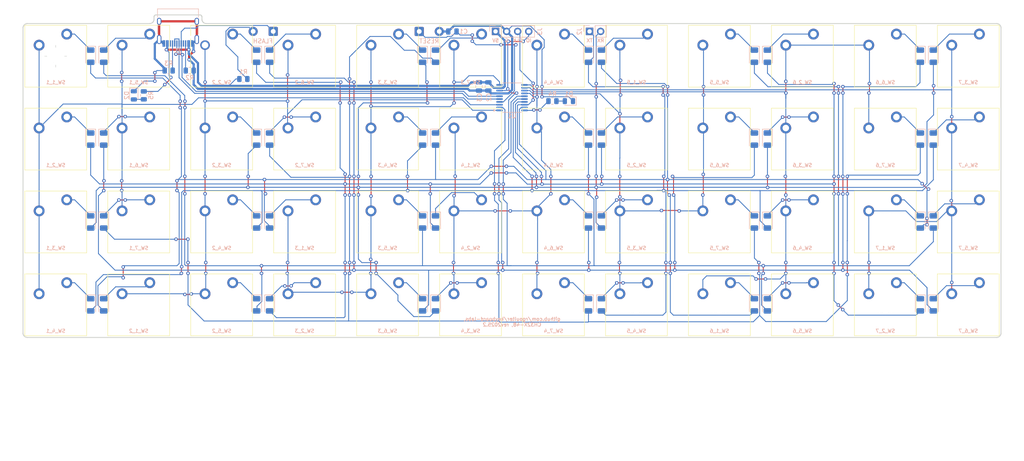
<source format=kicad_pcb>
(kicad_pcb (version 20240108) (generator "pcbnew") (generator_version "8.0")
  (title_block (title "CH32X-48") (date "2025-01-10") (rev "2025.2") (company "Richard Goulter (rgoulter)") (comment 3 "Project: https://github.com/rgoulter/keyboard-labs") (comment 4 "Simple 4x12 ortholinear keyboard using CH32X033F8P6 MCU") (comment 5 "Mounts compatible with PyKey40."))
  (layers (0 "F.Cu" signal "Front") (31 "B.Cu" signal "Back") (34 "B.Paste" user) (35 "F.Paste" user) (36 "B.SilkS" user "B.Silkscreen") (37 "F.SilkS" user "F.Silkscreen") (38 "B.Mask" user) (39 "F.Mask" user) (44 "Edge.Cuts" user))
  (net 0 "")
  (net 1 "/ROW1")
  (net 2 "/ROW3")
  (net 3 "Net-(D_1_1-K)")
  (net 4 "Net-(D_1_2-K)")
  (net 5 "Net-(D_1_3-K)")
  (net 6 "Net-(D_1_4-K)")
  (net 7 "Net-(D_1_5-K)")
  (net 8 "Net-(D_1_6-K)")
  (net 9 "Net-(D_1_7-K)")
  (net 10 "Net-(D_2_1-K)")
  (net 11 "Net-(D_2_2-K)")
  (net 12 "Net-(D_2_3-K)")
  (net 13 "Net-(D_2_4-K)")
  (net 14 "Net-(D_2_5-K)")
  (net 15 "Net-(D_2_6-K)")
  (net 16 "Net-(D_2_7-K)")
  (net 17 "Net-(D_3_1-K)")
  (net 18 "Net-(D_3_2-K)")
  (net 19 "/ROW5")
  (net 20 "Net-(D_3_3-K)")
  (net 21 "Net-(D_3_4-K)")
  (net 22 "Net-(D_3_5-K)")
  (net 23 "Net-(D_3_6-K)")
  (net 24 "Net-(D_3_7-K)")
  (net 25 "Net-(D_4_1-K)")
  (net 26 "Net-(D_4_2-K)")
  (net 27 "Net-(D_4_3-K)")
  (net 28 "Net-(D_4_4-K)")
  (net 29 "Net-(D_4_5-K)")
  (net 30 "Net-(D_4_6-K)")
  (net 31 "Net-(D_4_7-K)")
  (net 32 "Net-(D_5_1-K)")
  (net 33 "Net-(D_5_2-K)")
  (net 34 "Net-(D_5_3-K)")
  (net 35 "Net-(D_5_4-K)")
  (net 36 "Net-(D_5_5-K)")
  (net 37 "Net-(D_5_6-K)")
  (net 38 "Net-(D_5_7-K)")
  (net 39 "Net-(D_6_1-K)")
  (net 40 "Net-(D_6_2-K)")
  (net 41 "Net-(D_6_3-K)")
  (net 42 "Net-(D_6_4-K)")
  (net 43 "/ROW7")
  (net 44 "/COL1")
  (net 45 "/COL2")
  (net 46 "/COL3")
  (net 47 "/COL4")
  (net 48 "/COL5")
  (net 49 "Net-(D_6_5-K)")
  (net 50 "Net-(D_6_6-K)")
  (net 51 "Net-(D_6_7-K)")
  (net 52 "Net-(D_7_1-K)")
  (net 53 "Net-(D_7_2-K)")
  (net 54 "/COL6")
  (net 55 "/COL7")
  (net 56 "/GND")
  (net 57 "Net-(J1-CC1)")
  (net 58 "/DOWNLOAD")
  (net 59 "/DM")
  (net 60 "Net-(J1-CC2)")
  (net 61 "Net-(D_7_3-K)")
  (net 62 "Net-(D_7_4-K)")
  (net 63 "Net-(D_7_5-K)")
  (net 64 "Net-(D_7_6-K)")
  (net 65 "/RESET")
  (net 66 "Net-(D1-A)")
  (net 67 "Net-(SW2-B)")
  (net 70 "Net-(D2-A)")
  (net 71 "/DIO")
  (net 72 "/VDD")
  (net 73 "/DCK")
  (net 74 "/LED")
  (net 75 "/ROW4")
  (footprint "ProjectLocal:SW_Cherry_MX_PCB_1.00u_BSilkRef" (layer "F.Cu") (at 57.5 57.5)
    (property "Reference" "SW_1_1")
    (property "Value" "MX-compatible or Kailh Choc v1")
  )
  (footprint "ProjectLocal:SW_Cherry_MX_PCB_1.00u_BSilkRef" (layer "F.Cu") (at 76.55 114.65)
    (property "Reference" "SW_1_2")
    (property "Value" "MX-compatible or Kailh Choc v1")
  )
  (footprint "ProjectLocal:SW_Cherry_MX_PCB_1.00u_BSilkRef" (layer "F.Cu") (at 114.65 95.6)
    (property "Reference" "SW_1_3")
    (property "Value" "MX-compatible or Kailh Choc v1")
  )
  (footprint "ProjectLocal:SW_Cherry_MX_PCB_1.00u_BSilkRef" (layer "F.Cu") (at 190.85 57.5)
    (property "Reference" "SW_1_5")
    (property "Value" "MX-compatible or Kailh Choc v1")
  )
  (footprint "ProjectLocal:SW_Cherry_MX_PCB_1.00u_BSilkRef" (layer "F.Cu") (at 57.5 76.55)
    (property "Reference" "SW_2_1")
    (property "Value" "MX-compatible or Kailh Choc v1")
  )
  (footprint "ProjectLocal:SW_Cherry_MX_PCB_1.00u_BSilkRef" (layer "F.Cu") (at 95.6 57.5)
    (property "Reference" "SW_2_2")
    (property "Value" "MX-compatible or Kailh Choc v1")
  )
  (footprint "ProjectLocal:SW_Cherry_MX_PCB_1.00u_BSilkRef" (layer "F.Cu") (at 114.65 114.65)
    (property "Reference" "SW_2_3")
    (property "Value" "MX-compatible or Kailh Choc v1")
  )
  (footprint "ProjectLocal:SW_Cherry_MX_PCB_1.00u_BSilkRef" (layer "F.Cu") (at 152.75 95.6)
    (property "Reference" "SW_2_4")
    (property "Value" "MX-compatible or Kailh Choc v1")
  )
  (footprint "ProjectLocal:SW_Cherry_MX_PCB_1.00u_BSilkRef" (layer "F.Cu") (at 190.85 76.55)
    (property "Reference" "SW_2_5")
    (property "Value" "MX-compatible or Kailh Choc v1")
  )
  (footprint "ProjectLocal:SW_Cherry_MX_PCB_1.00u_BSilkRef" (layer "F.Cu") (at 57.5 95.6)
    (property "Reference" "SW_3_1")
    (property "Value" "MX-compatible or Kailh Choc v1")
  )
  (footprint "ProjectLocal:SW_Cherry_MX_PCB_1.00u_BSilkRef" (layer "F.Cu") (at 95.6 76.55)
    (property "Reference" "SW_3_2")
    (property "Value" "MX-compatible or Kailh Choc v1")
  )
  (footprint "ProjectLocal:SW_Cherry_MX_PCB_1.00u_BSilkRef" (layer "F.Cu") (at 152.75 114.65)
    (property "Reference" "SW_3_4")
    (property "Value" "MX-compatible or Kailh Choc v1")
  )
  (footprint "ProjectLocal:SW_Cherry_MX_PCB_1.00u_BSilkRef" (layer "F.Cu") (at 190.85 95.6)
    (property "Reference" "SW_3_5")
    (property "Value" "MX-compatible or Kailh Choc v1")
  )
  (footprint "ProjectLocal:SW_Cherry_MX_PCB_1.00u_BSilkRef" (layer "F.Cu") (at 57.5 114.65)
    (property "Reference" "SW_4_1")
    (property "Value" "MX-compatible or Kailh Choc v1")
  )
  (footprint "ProjectLocal:SW_Cherry_MX_PCB_1.00u_BSilkRef" (layer "F.Cu") (at 95.6 95.6)
    (property "Reference" "SW_4_2")
    (property "Value" "MX-compatible or Kailh Choc v1")
  )
  (footprint "ProjectLocal:SW_Cherry_MX_PCB_1.00u_BSilkRef" (layer "F.Cu") (at 133.7 76.55)
    (property "Reference" "SW_4_3")
    (property "Value" "MX-compatible or Kailh Choc v1")
  )
  (footprint "ProjectLocal:SW_Cherry_MX_PCB_1.00u_BSilkRef" (layer "F.Cu") (at 190.85 114.65)
    (property "Reference" "SW_4_5")
    (property "Value" "MX-compatible or Kailh Choc v1")
  )
  (footprint "ProjectLocal:SW_Cherry_MX_PCB_1.00u_BSilkRef" (layer "F.Cu") (at 228.95 95.6)
    (property "Reference" "SW_4_6")
    (property "Value" "MX-compatible or Kailh Choc v1")
  )
  (footprint "MountingHole:MountingHole_2.2mm_M2_DIN965" (layer "F.Cu") (at 67.025 105.125)
    (property "Reference" "H2" (hide yes))
    (property "Value" "MountingHole")
  )
  (footprint "MountingHole:MountingHole_2.2mm_M2_DIN965" (layer "F.Cu") (at 257.525 105.125)
    (property "Reference" "H3" (hide yes))
    (property "Value" "MountingHole")
  )
  (footprint "MountingHole:MountingHole_2.2mm_M2_DIN965" (layer "F.Cu") (at 162.275 86.075)
    (property "Reference" "H5" (hide yes))
    (property "Value" "MountingHole")
  )
  (footprint "MountingHole:MountingHole_2.2mm_M2_DIN965" (layer "F.Cu") (at 257.525 67.025)
    (property "Reference" "H4" (hide yes))
    (property "Value" "MountingHole")
  )
  (footprint "MountingHole:MountingHole_2.2mm_M2_DIN965" (layer "F.Cu") (at 67.025 67.025)
    (property "Reference" "H1" (hide yes))
    (property "Value" "MountingHole")
  )
  (footprint "ProjectLocal:SW_Cherry_MX_PCB_1.00u_BSilkRef" (layer "F.Cu") (at 248 114.65)
    (property "Reference" "SW_2_7")
    (property "Value" "MX-compatible or Kailh Choc v1")
  )
  (footprint "ProjectLocal:SW_Cherry_MX_PCB_1.00u_BSilkRef" (layer "F.Cu") (at 133.7 114.65)
    (property "Reference" "SW_6_3")
    (property "Value" "MX-compatible or Kailh Choc v1")
  )
  (footprint "ProjectLocal:SW_Cherry_MX_PCB_1.00u_BSilkRef" (layer "F.Cu") (at 152.75 76.55)
    (property "Reference" "SW_1_4")
    (property "Value" "MX-compatible or Kailh Choc v1")
  )
  (footprint "ProjectLocal:SW_Cherry_MX_PCB_1.00u_BSilkRef" (layer "F.Cu") (at 209.9 114.65)
    (property "Reference" "SW_1_6")
    (property "Value" "MX-compatible or Kailh Choc v1")
  )
  (footprint "ProjectLocal:SW_Cherry_MX_PCB_1.00u_BSilkRef" (layer "F.Cu") (at 209.9 95.6)
    (property "Reference" "SW_7_5")
    (property "Value" "MX-compatible or Kailh Choc v1")
  )
  (footprint "ProjectLocal:SW_Cherry_MX_PCB_1.00u_BSilkRef" (layer "F.Cu") (at 171.8 76.55)
    (property "Reference" "SW_5_4")
    (property "Value" "MX-compatible or Kailh Choc v1")
  )
  (footprint "ProjectLocal:SW_Cherry_MX_PCB_1.00u_BSilkRef" (layer "F.Cu") (at 171.8 95.6)
    (property "Reference" "SW_6_4")
    (property "Value" "MX-compatible or Kailh Choc v1")
  )
  (footprint "ProjectLocal:SW_Cherry_MX_PCB_1.00u_BSilkRef" (layer "F.Cu") (at 267.05 57.5)
    (property "Reference" "SW_3_7")
    (property "Value" "MX-compatible or Kailh Choc v1")
  )
  (footprint "ProjectLocal:SW_Cherry_MX_PCB_1.00u_BSilkRef" (layer "F.Cu") (at 114.65 57.5)
    (property "Reference" "SW_6_2")
    (property "Value" "MX-compatible or Kailh Choc v1")
  )
  (footprint "ProjectLocal:SW_Cherry_MX_PCB_1.00u_BSilkRef" (layer "F.Cu") (at 133.7 95.6)
    (property "Reference" "SW_5_3")
    (property "Value" "MX-compatible or Kailh Choc v1")
  )
  (footprint "ProjectLocal:SW_Cherry_MX_PCB_1.00u_BSilkRef" (layer "F.Cu") (at 267.05 114.65)
    (property "Reference" "SW_6_7")
    (property "Value" "MX-compatible or Kailh Choc v1")
  )
  (footprint "ProjectLocal:SW_Cherry_MX_PCB_1.00u_BSilkRef" (layer "F.Cu") (at 114.65 76.55)
    (property "Reference" "SW_7_2")
    (property "Value" "MX-compatible or Kailh Choc v1")
  )
  (footprint "ProjectLocal:SW_Cherry_MX_PCB_1.00u_BSilkRef" (layer "F.Cu") (at 171.8 57.5)
    (property "Reference" "SW_4_4")
    (property "Value" "MX-compatible or Kailh Choc v1")
  )
  (footprint "ProjectLocal:SW_Cherry_MX_PCB_1.00u_BSilkRef" (layer "F.Cu") (at 267.05 95.6)
    (property "Reference" "SW_5_7")
    (property "Value" "MX-compatible or Kailh Choc v1")
  )
  (footprint "ProjectLocal:SW_Cherry_MX_PCB_1.00u_BSilkRef" (layer "F.Cu") (at 76.55 57.5)
    (property "Reference" "SW_5_1")
    (property "Value" "MX-compatible or Kailh Choc v1")
  )
  (footprint "ProjectLocal:SW_Cherry_MX_PCB_1.00u_BSilkRef" (layer "F.Cu") (at 248 57.5)
    (property "Reference" "SW_6_6")
    (property "Value" "MX-compatible or Kailh Choc v1")
  )
  (footprint "ProjectLocal:SW_Cherry_MX_PCB_1.00u_BSilkRef" (layer "F.Cu") (at 228.95 57.5)
    (property "Reference" "SW_2_6")
    (property "Value" "MX-compatible or Kailh Choc v1")
  )
  (footprint "ProjectLocal:SW_Cherry_MX_PCB_1.00u_BSilkRef" (layer "F.Cu") (at 209.9 57.5)
    (property "Reference" "SW_5_5")
    (property "Value" "MX-compatible or Kailh Choc v1")
  )
  (footprint "ProjectLocal:SW_Cherry_MX_PCB_1.00u_BSilkRef" (layer "F.Cu") (at 76.55 95.6)
    (property "Reference" "SW_7_1")
    (property "Value" "MX-compatible or Kailh Choc v1")
  )
  (footprint "ProjectLocal:SW_Cherry_MX_PCB_1.00u_BSilkRef" (layer "F.Cu") (at 267.05 76.55)
    (property "Reference" "SW_4_7")
    (property "Value" "MX-compatible or Kailh Choc v1")
  )
  (footprint "ProjectLocal:SW_Cherry_MX_PCB_1.00u_BSilkRef" (layer "F.Cu") (at 228.95 76.55)
    (property "Reference" "SW_3_6")
    (property "Value" "MX-compatible or Kailh Choc v1")
  )
  (footprint "ProjectLocal:SW_Cherry_MX_PCB_1.00u_BSilkRef" (layer "F.Cu") (at 133.7 57.5)
    (property "Reference" "SW_3_3")
    (property "Value" "MX-compatible or Kailh Choc v1")
  )
  (footprint "ProjectLocal:SW_Cherry_MX_PCB_1.00u_BSilkRef" (layer "F.Cu") (at 248 76.55)
    (property "Reference" "SW_7_6")
    (property "Value" "MX-compatible or Kailh Choc v1")
  )
  (footprint "ProjectLocal:SW_Cherry_MX_PCB_1.00u_BSilkRef" (layer "F.Cu") (at 76.55 76.55)
    (property "Reference" "SW_6_1")
    (property "Value" "MX-compatible or Kailh Choc v1")
  )
  (footprint "ProjectLocal:SW_Cherry_MX_PCB_1.00u_BSilkRef" (layer "F.Cu") (at 95.6 114.65)
    (property "Reference" "SW_5_2")
    (property "Value" "MX-compatible or Kailh Choc v1")
  )
  (footprint "ProjectLocal:SW_Cherry_MX_PCB_1.00u_BSilkRef" (layer "F.Cu") (at 209.9 76.55)
    (property "Reference" "SW_6_5")
    (property "Value" "MX-compatible or Kailh Choc v1")
  )
  (footprint "ProjectLocal:SW_Cherry_MX_PCB_1.00u_BSilkRef" (layer "F.Cu") (at 248 95.6)
    (property "Reference" "SW_1_7")
    (property "Value" "MX-compatible or Kailh Choc v1")
  )
  (footprint "ProjectLocal:SW_Cherry_MX_PCB_1.00u_BSilkRef" (layer "F.Cu") (at 228.95 114.65)
    (property "Reference" "SW_5_6")
    (property "Value" "MX-compatible or Kailh Choc v1")
  )
  (footprint "ProjectLocal:SW_Cherry_MX_PCB_1.00u_BSilkRef" (layer "F.Cu") (at 171.8 114.65)
    (property "Reference" "SW_7_4")
    (property "Value" "MX-compatible or Kailh Choc v1")
  )
  (footprint "ProjectLocal:SW_Cherry_MX_PCB_1.00u_BSilkRef" (layer "F.Cu") (at 152.75 57.5)
    (property "Reference" "SW_7_3")
    (property "Value" "MX-compatible or Kailh Choc v1")
  )
  (footprint "Resistor_SMD:R_0805_2012Metric" (layer "B.Cu") (at 77.724 66.5 -90)
    (property "Reference" "R5")
    (property "Value" "10K")
  )
  (footprint "Diode_SMD:D_1206_3216Metric" (layer "B.Cu") (at 259.025 114.65 -90)
    (property "Reference" "D_6_7" (hide yes))
    (property "Value" "1N4148")
  )
  (footprint "Diode_SMD:D_1206_3216Metric" (layer "B.Cu") (at 144.725 114.65 -90)
    (property "Reference" "D_3_4" (hide yes))
    (property "Value" "1N4148")
  )
  (footprint "Connector_PinHeader_2.54mm:PinHeader_1x02_P2.54mm_Vertical" (layer "B.Cu") (at 180.081 51.8 -90)
    (property "Reference" "J2")
    (property "Value" "Conn_01x02")
  )
  (footprint "Diode_SMD:D_1206_3216Metric" (layer "B.Cu") (at 259.025 76.55 -90)
    (property "Reference" "D_4_7" (hide yes))
    (property "Value" "1N4148")
  )
  (footprint "Diode_SMD:D_1206_3216Metric" (layer "B.Cu") (at 106.625 114.65 -90)
    (property "Reference" "D_2_3" (hide yes))
    (property "Value" "1N4148")
  )
  (footprint "Diode_SMD:D_1206_3216Metric" (layer "B.Cu") (at 182.825 95.6 -90)
    (property "Reference" "D_3_5" (hide yes))
    (property "Value" "1N4148")
  )
  (footprint "Diode_SMD:D_1206_3216Metric" (layer "B.Cu") (at 256.025 114.65 -90)
    (property "Reference" "D_2_7" (hide yes))
    (property "Value" "1N4148")
  )
  (footprint "Diode_SMD:D_1206_3216Metric" (layer "B.Cu") (at 103.625 114.65 -90)
    (property "Reference" "D_5_2" (hide yes))
    (property "Value" "1N4148")
  )
  (footprint "Connector_Wire:SolderWire-0.5sqmm_1x02_P4.6mm_D0.9mm_OD2.1mm" (layer "B.Cu") (at 140.97 51.81)
    (property "Reference" "SW1" (hide yes))
    (property "Value" "SW_SPST")
  )
  (footprint "Diode_SMD:D_1206_3216Metric" (layer "B.Cu") (at 68.525 114.65 -90)
    (property "Reference" "D_1_2" (hide yes))
    (property "Value" "1N4148")
  )
  (footprint "Diode_SMD:D_1206_3216Metric" (layer "B.Cu") (at 217.925 57.5 -90)
    (property "Reference" "D_5_5" (hide yes))
    (property "Value" "1N4148")
  )
  (footprint "Diode_SMD:D_1206_3216Metric" (layer "B.Cu") (at 141.725 114.65 -90)
    (property "Reference" "D_6_3" (hide yes))
    (property "Value" "1N4148")
  )
  (footprint "Diode_SMD:D_1206_3216Metric" (layer "B.Cu") (at 259.025 95.6 -90)
    (property "Reference" "D_5_7" (hide yes))
    (property "Value" "1N4148")
  )
  (footprint "Diode_SMD:D_1206_3216Metric" (layer "B.Cu") (at 217.925 114.65 -90)
    (property "Reference" "D_1_6" (hide yes))
    (property "Value" "1N4148")
  )
  (footprint "Capacitor_SMD:C_0805_2012Metric" (layer "B.Cu") (at 148.59 51.816 180)
    (property "Reference" "C1")
    (property "Value" "100n")
  )
  (footprint "LED_SMD:LED_0805_2012Metric" (layer "B.Cu") (at 75.438 66.5 -90)
    (property "Reference" "D2")
    (property "Value" "LED")
  )
  (footprint "Diode_SMD:D_1206_3216Metric" (layer "B.Cu") (at 179.825 76.55 -90)
    (property "Reference" "D_5_4" (hide yes))
    (property "Value" "1N4148")
  )
  (footprint "Diode_SMD:D_1206_3216Metric" (layer "B.Cu") (at 103.625 76.55 -90)
    (property "Reference" "D_3_2" (hide yes))
    (property "Value" "1N4148")
  )
  (footprint "Diode_SMD:D_1206_3216Metric" (layer "B.Cu") (at 144.725 95.6 -90)
    (property "Reference" "D_2_4" (hide yes))
    (property "Value" "1N4148")
  )
  (footprint "Diode_SMD:D_1206_3216Metric" (layer "B.Cu") (at 259.025 57.5 -90)
    (property "Reference" "D_3_7" (hide yes))
    (property "Value" "1N4148")
  )
  (footprint "Diode_SMD:D_1206_3216Metric" (layer "B.Cu") (at 65.525 95.6 -90)
    (property "Reference" "D_3_1" (hide yes))
    (property "Value" "1N4148")
  )
  (footprint "Capacitor_SMD:C_0805_2012Metric" (layer "B.Cu") (at 154.686 64.455 -90)
    (property "Reference" "C3")
    (property "Value" "4.7uF")
  )
  (footprint "Diode_SMD:D_1206_3216Metric" (layer "B.Cu") (at 144.725 76.55 -90)
    (property "Reference" "D_1_4" (hide yes))
    (property "Value" "1N4148")
  )
  (footprint "Diode_SMD:D_1206_3216Metric" (layer "B.Cu") (at 179.825 114.65 -90)
    (property "Reference" "D_7_4" (hide yes))
    (property "Value" "1N4148")
  )
  (footprint "Package_SO:TSSOP-20_4.4x6.5mm_P0.65mm" (layer "B.Cu") (at 162.275 67.025)
    (property "Reference" "U1")
    (property "Value" "CH32X033F8P6")
  )
  (footprint "Connector_Wire:SolderWire-0.5sqmm_1x02_P4.6mm_D0.9mm_OD2.1mm" (layer "B.Cu") (at 107.442 51.8 180)
    (property "Reference" "SW2" (hide yes))
    (property "Value" "SW_SPST")
  )
  (footprint "Resistor_SMD:R_0805_2012Metric" (layer "B.Cu") (at 88.265 60.8)
    (property "Reference" "R2")
    (property "Value" "5.1k")
  )
  (footprint "Diode_SMD:D_1206_3216Metric" (layer "B.Cu") (at 220.925 76.55 -90)
    (property "Reference" "D_3_6" (hide yes))
    (property "Value" "1N4148")
  )
  (footprint "Diode_SMD:D_1206_3216Metric" (layer "B.Cu") (at 182.825 114.65 -90)
    (property "Reference" "D_4_5" (hide yes))
    (property "Value" "1N4148")
  )
  (footprint "Diode_SMD:D_1206_3216Metric" (layer "B.Cu") (at 179.825 95.6 -90)
    (property "Reference" "D_6_4" (hide yes))
    (property "Value" "1N4148")
  )
  (footprint "Diode_SMD:D_1206_3216Metric" (layer "B.Cu") (at 141.725 57.5 -90)
    (property "Reference" "D_3_3" (hide yes))
    (property "Value" "1N4148")
  )
  (footprint "Diode_SMD:D_1206_3216Metric" (layer "B.Cu") (at 256.025 57.5 -90)
    (property "Reference" "D_6_6" (hide yes))
    (property "Value" "1N4148")
  )
  (footprint "Resistor_SMD:R_0805_2012Metric" (layer "B.Cu") (at 100.584 62.738 180)
    (property "Reference" "R1")
    (property "Value" "10K")
  )
  (footprint "Diode_SMD:D_1206_3216Metric" (layer "B.Cu") (at 179.825 57.5 -90)
    (property "Reference" "D_4_4" (hide yes))
    (property "Value" "1N4148")
  )
  (footprint "Diode_SMD:D_1206_3216Metric" (layer "B.Cu") (at 182.825 76.55 -90)
    (property "Reference" "D_2_5" (hide yes))
    (property "Value" "1N4148")
  )
  (footprint "Diode_SMD:D_1206_3216Metric" (layer "B.Cu") (at 68.525 95.6 -90)
    (property "Reference" "D_7_1" (hide yes))
    (property "Value" "1N4148")
  )
  (footprint "Diode_SMD:D_1206_3216Metric" (layer "B.Cu") (at 103.625 95.6 -90)
    (property "Reference" "D_4_2" (hide yes))
    (property "Value" "1N4148")
  )
  (footprint "Diode_SMD:D_1206_3216Metric" (layer "B.Cu") (at 106.625 95.6 -90)
    (property "Reference" "D_1_3" (hide yes))
    (property "Value" "1N4148")
  )
  (footprint "Diode_SMD:D_1206_3216Metric" (layer "B.Cu") (at 65.525 114.65 -90)
    (property "Reference" "D_4_1" (hide yes))
    (property "Value" "1N4148")
  )
  (footprint "Diode_SMD:D_1206_3216Metric" (layer "B.Cu") (at 144.725 57.5 -90)
    (property "Reference" "D_7_3" (hide yes))
    (property "Value" "1N4148")
  )
  (footprint "Diode_SMD:D_1206_3216Metric" (layer "B.Cu") (at 217.925 95.6 -90)
    (property "Reference" "D_7_5" (hide yes))
    (property "Value" "1N4148")
  )
  (footprint "Diode_SMD:D_1206_3216Metric" (layer "B.Cu") (at 68.525 57.5 -90)
    (property "Reference" "D_5_1" (hide yes))
    (property "Value" "1N4148")
  )
  (footprint "Diode_SMD:D_1206_3216Metric" (layer "B.Cu") (at 217.925 76.55 -90)
    (property "Reference" "D_6_5" (hide yes))
    (property "Value" "1N4148")
  )
  (footprint "Diode_SMD:D_1206_3216Metric" (layer "B.Cu") (at 256.025 76.55 -90)
    (property "Reference" "D_7_6" (hide yes))
    (property "Value" "1N4148")
  )
  (footprint "Diode_SMD:D_1206_3216Metric" (layer "B.Cu") (at 68.525 76.55 -90)
    (property "Reference" "D_6_1" (hide yes))
    (property "Value" "1N4148")
  )
  (footprint "Capacitor_SMD:C_0805_2012Metric" (layer "B.Cu") (at 156.845 64.455 -90)
    (property "Reference" "C2")
    (property "Value" "100n")
  )
  (footprint "Resistor_SMD:R_0805_2012Metric" (layer "B.Cu") (at 171.5535 67.818)
    (property "Reference" "R4")
    (property "Value" "10K")
  )
  (footprint "Connector_USB:USB_C_Receptacle_HRO_TYPE-C-31-M-12" (layer "B.Cu") (at 85.575 50.52925)
    (property "Reference" "J1")
    (property "Value" "USB_C_Receptacle_USB2.0")
  )
  (footprint "Resistor_SMD:R_0805_2012Metric" (layer "B.Cu") (at 83.439 60.8 180)
    (property "Reference" "R3")
    (property "Value" "5.1k")
  )
  (footprint "Diode_SMD:D_1206_3216Metric" (layer "B.Cu") (at 182.825 57.5 -90)
    (property "Reference" "D_1_5" (hide yes))
    (property "Value" "1N4148")
  )
  (footprint "Diode_SMD:D_1206_3216Metric" (layer "B.Cu") (at 106.625 76.55 -90)
    (property "Reference" "D_7_2" (hide yes))
    (property "Value" "1N4148")
  )
  (footprint "Diode_SMD:D_1206_3216Metric" (layer "B.Cu") (at 220.925 114.65 -90)
    (property "Reference" "D_5_6" (hide yes))
    (property "Value" "1N4148")
  )
  (footprint "Diode_SMD:D_1206_3216Metric" (layer "B.Cu") (at 65.525 57.5 -90)
    (property "Reference" "D_1_1" (hide yes))
    (property "Value" "1N4148")
  )
  (footprint "Diode_SMD:D_1206_3216Metric" (layer "B.Cu") (at 141.725 76.55 -90)
    (property "Reference" "D_4_3" (hide yes))
    (property "Value" "1N4148")
  )
  (footprint "Diode_SMD:D_1206_3216Metric" (layer "B.Cu") (at 65.525 76.55 -90)
    (property "Reference" "D_2_1" (hide yes))
    (property "Value" "1N4148")
  )
  (footprint "Diode_SMD:D_1206_3216Metric" (layer "B.Cu") (at 106.625 57.5 -90)
    (property "Reference" "D_6_2" (hide yes))
    (property "Value" "1N4148")
  )
  (footprint "Diode_SMD:D_1206_3216Metric" (layer "B.Cu") (at 141.725 95.6 -90)
    (property "Reference" "D_5_3" (hide yes))
    (property "Value" "1N4148")
  )
  (footprint "Diode_SMD:D_1206_3216Metric" (layer "B.Cu") (at 256.025 95.6 -90)
    (property "Reference" "D_1_7" (hide yes))
    (property "Value" "1N4148")
  )
  (footprint "Diode_SMD:D_1206_3216Metric" (layer "B.Cu") (at 220.925 95.6 -90)
    (property "Reference" "D_4_6" (hide yes))
    (property "Value" "1N4148")
  )
  (footprint "Connector_PinHeader_2.54mm:PinHeader_1x04_P2.54mm_Vertical" (layer "B.Cu") (at 158.496 51.8 -90)
    (property "Reference" "J3")
    (property "Value" "Conn_01x04")
  )
  (footprint "LED_SMD:LED_0805_2012Metric" (layer "B.Cu") (at 175.3385 67.818 180)
    (property "Reference" "D1")
    (property "Value" "LED")
  )
  (footprint "Diode_SMD:D_1206_3216Metric" (layer "B.Cu") (at 220.925 57.5 -90)
    (property "Reference" "D_2_6" (hide yes))
    (property "Value" "1N4148")
  )
  (footprint "Diode_SMD:D_1206_3216Metric" (layer "B.Cu") (at 103.625 57.5 -90)
    (property "Reference" "D_2_2" (hide yes))
    (property "Value" "1N4148")
  )
  (gr_line (start 90.575 48) (end 80.575 48) (stroke (width 0.2)) (layer "Edge.Cuts"))
  (gr_line (start 50.690979 122.1011) (end 50.792084 122.1281) (stroke (width 0.2)) (layer "Edge.Cuts"))
  (gr_line (start 79.8181 49.669128) (end 79.7441 49.743134) (stroke (width 0.2)) (layer "Edge.Cuts"))
  (gr_line (start 80.1705 48.2061) (end 80.142 48.25) (stroke (width 0.2)) (layer "Edge.Cuts"))
  (gr_line (start 273.655 50.005478) (end 273.55 50) (stroke (width 0.2)) (layer "Edge.Cuts"))
  (gr_line (start 50.330856 50.256851) (end 50.256851 50.330856) (stroke (width 0.2)) (layer "Edge.Cuts"))
  (gr_line (start 90.7295 48.02446) (end 90.679 48.01093) (stroke (width 0.2)) (layer "Edge.Cuts"))
  (gr_line (start 51 50) (end 50.895462 50.005478) (stroke (width 0.2)) (layer "Edge.Cuts"))
  (gr_line (start 50 121.15) (end 50.005478 121.2545) (stroke (width 0.2)) (layer "Edge.Cuts"))
  (gr_line (start 273.55 122.15) (end 273.655 122.1445) (stroke (width 0.2)) (layer "Edge.Cuts"))
  (gr_line (start 91.6683 49.913544) (end 91.575 49.866013) (stroke (width 0.2)) (layer "Edge.Cuts"))
  (gr_line (start 274.138 121.959) (end 274.219 121.8931) (stroke (width 0.2)) (layer "Edge.Cuts"))
  (gr_line (start 90.6273 48.00273) (end 90.575 48) (stroke (width 0.2)) (layer "Edge.Cuts"))
  (gr_line (start 274.359 121.7378) (end 274.416 121.65) (stroke (width 0.2)) (layer "Edge.Cuts"))
  (gr_line (start 91.075 48.5) (end 91.0723 48.44772) (stroke (width 0.2)) (layer "Edge.Cuts"))
  (gr_line (start 274.55 51) (end 274.545 50.895462) (stroke (width 0.2)) (layer "Edge.Cuts"))
  (gr_line (start 274.05 50.133972) (end 273.957 50.086441) (stroke (width 0.2)) (layer "Edge.Cuts"))
  (gr_line (start 91.575 49.866013) (end 91.4872 49.809006) (stroke (width 0.2)) (layer "Edge.Cuts"))
  (gr_line (start 50.593262 122.0636) (end 50.690979 122.1011) (stroke (width 0.2)) (layer "Edge.Cuts"))
  (gr_line (start 273.957 50.086441) (end 273.859 50.048935) (stroke (width 0.2)) (layer "Edge.Cuts"))
  (gr_line (start 90.7784 48.04321) (end 90.7295 48.02446) (stroke (width 0.2)) (layer "Edge.Cuts"))
  (gr_line (start 274.55 121.15) (end 274.55 51) (stroke (width 0.2)) (layer "Edge.Cuts"))
  (gr_line (start 92.075 50) (end 91.9705 49.994507) (stroke (width 0.2)) (layer "Edge.Cuts"))
  (gr_line (start 80.0859 48.39604) (end 80.0777 48.44772) (stroke (width 0.2)) (layer "Edge.Cuts"))
  (gr_line (start 50.021851 121.3579) (end 50.048935 121.459) (stroke (width 0.2)) (layer "Edge.Cuts"))
  (gr_line (start 80.3716 48.04321) (end 80.325 48.06699) (stroke (width 0.2)) (layer "Edge.Cuts"))
  (gr_line (start 50.256851 50.330856) (end 50.190979 50.412201) (stroke (width 0.2)) (layer "Edge.Cuts"))
  (gr_line (start 50.190979 50.412201) (end 50.133972 50.5) (stroke (width 0.2)) (layer "Edge.Cuts"))
  (gr_line (start 80.0531 49.207901) (end 80.026 49.309006) (stroke (width 0.2)) (layer "Edge.Cuts"))
  (gr_line (start 91.8671 49.978134) (end 91.766 49.95105) (stroke (width 0.2)) (layer "Edge.Cuts"))
  (gr_line (start 90.9466 48.16542) (end 90.9096 48.12842) (stroke (width 0.2)) (layer "Edge.Cuts"))
  (gr_line (start 90.679 48.01093) (end 90.6273 48.00273) (stroke (width 0.2)) (layer "Edge.Cuts"))
  (gr_line (start 91.766 49.95105) (end 91.6683 49.913544) (stroke (width 0.2)) (layer "Edge.Cuts"))
  (gr_line (start 91.0505 48.34549) (end 91.0318 48.29663) (stroke (width 0.2)) (layer "Edge.Cuts"))
  (gr_line (start 274.464 121.5567) (end 274.501 121.459) (stroke (width 0.2)) (layer "Edge.Cuts"))
  (gr_line (start 274.219 121.8931) (end 274.293 121.8191) (stroke (width 0.2)) (layer "Edge.Cuts"))
  (gr_line (start 90.9096 48.12842) (end 90.8689 48.09549) (stroke (width 0.2)) (layer "Edge.Cuts"))
  (gr_line (start 274.501 50.690979) (end 274.464 50.593262) (stroke (width 0.2)) (layer "Edge.Cuts"))
  (gr_line (start 91.4059 49.743134) (end 91.3318 49.669128) (stroke (width 0.2)) (layer "Edge.Cuts"))
  (gr_line (start 79.075 50) (end 51 50) (stroke (width 0.2)) (layer "Edge.Cuts"))
  (gr_line (start 80.471 48.01093) (end 80.4205 48.02446) (stroke (width 0.2)) (layer "Edge.Cuts"))
  (gr_line (start 79.941 49.5) (end 79.884 49.587784) (stroke (width 0.2)) (layer "Edge.Cuts"))
  (gr_line (start 50.5 50.133972) (end 50.412201 50.190979) (stroke (width 0.2)) (layer "Edge.Cuts"))
  (gr_line (start 274.359 50.412201) (end 274.293 50.330856) (stroke (width 0.2)) (layer "Edge.Cuts"))
  (gr_line (start 80.0995 48.34549) (end 80.0859 48.39604) (stroke (width 0.2)) (layer "Edge.Cuts"))
  (gr_line (start 50.021851 50.792084) (end 50.005478 50.895462) (stroke (width 0.2)) (layer "Edge.Cuts"))
  (gr_line (start 91.4872 49.809006) (end 91.4059 49.743134) (stroke (width 0.2)) (layer "Edge.Cuts"))
  (gr_line (start 274.528 50.792084) (end 274.501 50.690979) (stroke (width 0.2)) (layer "Edge.Cuts"))
  (gr_line (start 274.416 121.65) (end 274.464 121.5567) (stroke (width 0.2)) (layer "Edge.Cuts"))
  (gr_line (start 50.133972 50.5) (end 50.086441 50.593262) (stroke (width 0.2)) (layer "Edge.Cuts"))
  (gr_line (start 51 122.15) (end 273.55 122.15) (stroke (width 0.2)) (layer "Edge.Cuts"))
  (gr_line (start 50.048935 121.459) (end 50.086441 121.5567) (stroke (width 0.2)) (layer "Edge.Cuts"))
  (gr_line (start 273.859 122.1011) (end 273.957 122.0636) (stroke (width 0.2)) (layer "Edge.Cuts"))
  (gr_line (start 91.209 49.5) (end 91.1614 49.406723) (stroke (width 0.2)) (layer "Edge.Cuts"))
  (gr_line (start 90.825 48.06699) (end 90.7784 48.04321) (stroke (width 0.2)) (layer "Edge.Cuts"))
  (gr_line (start 273.859 50.048935) (end 273.758 50.021851) (stroke (width 0.2)) (layer "Edge.Cuts"))
  (gr_line (start 50 51) (end 50 121.15) (stroke (width 0.2)) (layer "Edge.Cuts"))
  (gr_line (start 50.895462 50.005478) (end 50.792084 50.021851) (stroke (width 0.2)) (layer "Edge.Cuts"))
  (gr_line (start 80.075 48.5) (end 80.075 49) (stroke (width 0.2)) (layer "Edge.Cuts"))
  (gr_line (start 80.142 48.25) (end 80.1182 48.29663) (stroke (width 0.2)) (layer "Edge.Cuts"))
  (gr_line (start 50.256851 121.8191) (end 50.330856 121.8931) (stroke (width 0.2)) (layer "Edge.Cuts"))
  (gr_line (start 79.2829 49.978134) (end 79.1795 49.994507) (stroke (width 0.2)) (layer "Edge.Cuts"))
  (gr_line (start 91.0968 49.207901) (end 91.0805 49.104523) (stroke (width 0.2)) (layer "Edge.Cuts"))
  (gr_line (start 50.086441 121.5567) (end 50.133972 121.65) (stroke (width 0.2)) (layer "Edge.Cuts"))
  (gr_line (start 50.330856 121.8931) (end 50.412201 121.959) (stroke (width 0.2)) (layer "Edge.Cuts"))
  (gr_line (start 80.325 48.06699) (end 80.2811 48.09549) (stroke (width 0.2)) (layer "Edge.Cuts"))
  (gr_line (start 50.048935 50.690979) (end 50.021851 50.792084) (stroke (width 0.2)) (layer "Edge.Cuts"))
  (gr_line (start 50.086441 50.593262) (end 50.048935 50.690979) (stroke (width 0.2)) (layer "Edge.Cuts"))
  (gr_line (start 274.219 50.256851) (end 274.138 50.190979) (stroke (width 0.2)) (layer "Edge.Cuts"))
  (gr_line (start 80.075 49) (end 80.0695 49.104523) (stroke (width 0.2)) (layer "Edge.Cuts"))
  (gr_line (start 50.895462 122.1445) (end 51 122.15) (stroke (width 0.2)) (layer "Edge.Cuts"))
  (gr_line (start 274.545 50.895462) (end 274.528 50.792084) (stroke (width 0.2)) (layer "Edge.Cuts"))
  (gr_line (start 90.8689 48.09549) (end 90.825 48.06699) (stroke (width 0.2)) (layer "Edge.Cuts"))
  (gr_line (start 79.7441 49.743134) (end 79.6628 49.809006) (stroke (width 0.2)) (layer "Edge.Cuts"))
  (gr_line (start 50.5 122.016) (end 50.593262 122.0636) (stroke (width 0.2)) (layer "Edge.Cuts"))
  (gr_line (start 79.884 49.587784) (end 79.8181 49.669128) (stroke (width 0.2)) (layer "Edge.Cuts"))
  (gr_line (start 80.2811 48.09549) (end 80.2404 48.12842) (stroke (width 0.2)) (layer "Edge.Cuts"))
  (gr_line (start 91.0318 48.29663) (end 91.008 48.25) (stroke (width 0.2)) (layer "Edge.Cuts"))
  (gr_line (start 80.0695 49.104523) (end 80.0531 49.207901) (stroke (width 0.2)) (layer "Edge.Cuts"))
  (gr_line (start 91.008 48.25) (end 90.9795 48.2061) (stroke (width 0.2)) (layer "Edge.Cuts"))
  (gr_line (start 274.545 121.2545) (end 274.55 121.15) (stroke (width 0.2)) (layer "Edge.Cuts"))
  (gr_line (start 80.026 49.309006) (end 79.9885 49.406723) (stroke (width 0.2)) (layer "Edge.Cuts"))
  (gr_line (start 50.792084 50.021851) (end 50.690979 50.048935) (stroke (width 0.2)) (layer "Edge.Cuts"))
  (gr_line (start 50.133972 121.65) (end 50.190979 121.7378) (stroke (width 0.2)) (layer "Edge.Cuts"))
  (gr_line (start 80.2404 48.12842) (end 80.2034 48.16542) (stroke (width 0.2)) (layer "Edge.Cuts"))
  (gr_line (start 91.9705 49.994507) (end 91.8671 49.978134) (stroke (width 0.2)) (layer "Edge.Cuts"))
  (gr_line (start 79.384 49.95105) (end 79.2829 49.978134) (stroke (width 0.2)) (layer "Edge.Cuts"))
  (gr_line (start 91.266 49.587784) (end 91.209 49.5) (stroke (width 0.2)) (layer "Edge.Cuts"))
  (gr_line (start 274.138 50.190979) (end 274.05 50.133972) (stroke (width 0.2)) (layer "Edge.Cuts"))
  (gr_line (start 79.1795 49.994507) (end 79.075 50) (stroke (width 0.2)) (layer "Edge.Cuts"))
  (gr_line (start 274.416 50.5) (end 274.359 50.412201) (stroke (width 0.2)) (layer "Edge.Cuts"))
  (gr_line (start 50.690979 50.048935) (end 50.593262 50.086441) (stroke (width 0.2)) (layer "Edge.Cuts"))
  (gr_line (start 50.412201 50.190979) (end 50.330856 50.256851) (stroke (width 0.2)) (layer "Edge.Cuts"))
  (gr_line (start 91.3318 49.669128) (end 91.266 49.587784) (stroke (width 0.2)) (layer "Edge.Cuts"))
  (gr_line (start 91.075 49) (end 91.075 48.5) (stroke (width 0.2)) (layer "Edge.Cuts"))
  (gr_line (start 91.1239 49.309006) (end 91.0968 49.207901) (stroke (width 0.2)) (layer "Edge.Cuts"))
  (gr_line (start 79.6628 49.809006) (end 79.575 49.866013) (stroke (width 0.2)) (layer "Edge.Cuts"))
  (gr_line (start 80.0777 48.44772) (end 80.075 48.5) (stroke (width 0.2)) (layer "Edge.Cuts"))
  (gr_line (start 274.05 122.016) (end 274.138 121.959) (stroke (width 0.2)) (layer "Edge.Cuts"))
  (gr_line (start 91.0805 49.104523) (end 91.075 49) (stroke (width 0.2)) (layer "Edge.Cuts"))
  (gr_line (start 273.758 50.021851) (end 273.655 50.005478) (stroke (width 0.2)) (layer "Edge.Cuts"))
  (gr_line (start 274.293 121.8191) (end 274.359 121.7378) (stroke (width 0.2)) (layer "Edge.Cuts"))
  (gr_line (start 273.655 122.1445) (end 273.758 122.1281) (stroke (width 0.2)) (layer "Edge.Cuts"))
  (gr_line (start 50.593262 50.086441) (end 50.5 50.133972) (stroke (width 0.2)) (layer "Edge.Cuts"))
  (gr_line (start 91.0641 48.39604) (end 91.0505 48.34549) (stroke (width 0.2)) (layer "Edge.Cuts"))
  (gr_line (start 90.9795 48.2061) (end 90.9466 48.16542) (stroke (width 0.2)) (layer "Edge.Cuts"))
  (gr_line (start 274.501 121.459) (end 274.528 121.3579) (stroke (width 0.2)) (layer "Edge.Cuts"))
  (gr_line (start 80.5227 48.00273) (end 80.471 48.01093) (stroke (width 0.2)) (layer "Edge.Cuts"))
  (gr_line (start 274.464 50.593262) (end 274.416 50.5) (stroke (width 0.2)) (layer "Edge.Cuts"))
  (gr_line (start 79.9885 49.406723) (end 79.941 49.5) (stroke (width 0.2)) (layer "Edge.Cuts"))
  (gr_line (start 273.758 122.1281) (end 273.859 122.1011) (stroke (width 0.2)) (layer "Edge.Cuts"))
  (gr_line (start 50.412201 121.959) (end 50.5 122.016) (stroke (width 0.2)) (layer "Edge.Cuts"))
  (gr_line (start 274.293 50.330856) (end 274.219 50.256851) (stroke (width 0.2)) (layer "Edge.Cuts"))
  (gr_line (start 50.005478 121.2545) (end 50.021851 121.3579) (stroke (width 0.2)) (layer "Edge.Cuts"))
  (gr_line (start 273.55 50) (end 92.075 50) (stroke (width 0.2)) (layer "Edge.Cuts"))
  (gr_line (start 50.792084 122.1281) (end 50.895462 122.1445) (stroke (width 0.2)) (layer "Edge.Cuts"))
  (gr_line (start 79.575 49.866013) (end 79.4817 49.913544) (stroke (width 0.2)) (layer "Edge.Cuts"))
  (gr_line (start 50.005478 50.895462) (end 50 51) (stroke (width 0.2)) (layer "Edge.Cuts"))
  (gr_line (start 80.2034 48.16542) (end 80.1705 48.2061) (stroke (width 0.2)) (layer "Edge.Cuts"))
  (gr_line (start 80.1182 48.29663) (end 80.0995 48.34549) (stroke (width 0.2)) (layer "Edge.Cuts"))
  (gr_line (start 273.957 122.0636) (end 274.05 122.016) (stroke (width 0.2)) (layer "Edge.Cuts"))
  (gr_line (start 91.1614 49.406723) (end 91.1239 49.309006) (stroke (width 0.2)) (layer "Edge.Cuts"))
  (gr_line (start 79.4817 49.913544) (end 79.384 49.95105) (stroke (width 0.2)) (layer "Edge.Cuts"))
  (gr_line (start 80.575 48) (end 80.5227 48.00273) (stroke (width 0.2)) (layer "Edge.Cuts"))
  (gr_line (start 91.0723 48.44772) (end 91.0641 48.39604) (stroke (width 0.2)) (layer "Edge.Cuts"))
  (gr_line (start 80.4205 48.02446) (end 80.3716 48.04321) (stroke (width 0.2)) (layer "Edge.Cuts"))
  (gr_line (start 274.528 121.3579) (end 274.545 121.2545) (stroke (width 0.2)) (layer "Edge.Cuts"))
  (gr_line (start 50.190979 121.7378) (end 50.256851 121.8191) (stroke (width 0.2)) (layer "Edge.Cuts"))
  (gr_text "github.com/rgoulter/keyboard-labs,\n${TITLE}, rev${REVISION}" (at 162.275 118.5672 0) (layer "B.SilkS") (effects (font (size 0.8 0.8) (thickness 0.16)) (justify mirror)))
  (gr_text "RX" (at 182.626 54.356 0) (layer "B.SilkS") (effects (font (size 0.8 0.8) (thickness 0.16) (bold yes)) (justify bottom mirror)))
  (gr_text "5V" (at 158.496 54.356 0) (layer "B.SilkS") (effects (font (size 0.8 0.8) (thickness 0.16) (bold yes)) (justify bottom mirror)))
  (gr_text "CLK" (at 163.576 54.356 0) (layer "B.SilkS") (effects (font (size 0.8 0.8) (thickness 0.16) (bold yes)) (justify bottom mirror)))
  (gr_text "IO" (at 166.116 54.356 0) (layer "B.SilkS") (effects (font (size 0.8 0.8) (thickness 0.16) (bold yes)) (justify bottom mirror)))
  (gr_text "RESET" (at 143.256 54.61 0) (layer "B.SilkS") (effects (font (size 1 1)) (justify bottom mirror)))
  (gr_text "G" (at 161.036 54.356 0) (layer "B.SilkS") (effects (font (size 0.8 0.8) (thickness 0.16) (bold yes)) (justify bottom mirror)))
  (gr_text "TX" (at 180.086 54.356 0) (layer "B.SilkS") (effects (font (size 0.8 0.8) (thickness 0.16) (bold yes)) (justify bottom mirror)))
  (gr_text "FLASH" (at 107.442 54.61 0) (layer "B.SilkS") (effects (font (size 1 1)) (justify left bottom mirror)))
  (target plus (at 57.5 57.5) (size 5) (width 0.09906) (layer "Edge.Cuts"))
  (target plus (at 57.5 57.5) (size 5) (width 0.09906) (layer "Edge.Cuts"))
  (segment (start 257.699106 88.047344) (end 256.461383 86.809621) (width 0.2) (layer "F.Cu") (net 1))
  (segment (start 198.628 107.4045) (end 198.628 104.9395) (width 0.2) (layer "F.Cu") (net 1))
  (segment (start 197.993 89.027) (end 198.374 89.408) (width 0.2) (layer "F.Cu") (net 1))
  (segment (start 86.08295 69.3045) (end 86.08295 67.8555) (width 0.2) (layer "F.Cu") (net 1))
  (segment (start 197.993 85.852) (end 197.993 89.027) (width 0.2) (layer "F.Cu") (net 1))
  (segment (start 257.909254 88.047344) (end 257.699106 88.047344) (width 0.2) (layer "F.Cu") (net 1))
  (segment (start 85.344 86.1435) (end 85.344 88.3545) (width 0.2) (layer "F.Cu") (net 1))
  (segment (start 105.664 89.1165) (end 105.4745 88.927) (width 0.2) (layer "F.Cu") (net 1))
  (segment (start 72.9996 105.9555) (end 72.9996 108.4205) (width 0.2) (layer "F.Cu") (net 1))
  (segment (start 197.993 64.5005) (end 197.993 66.3995) (width 0.2) (layer "F.Cu") (net 1))
  (segment (start 257.57585 94.79935) (end 257.556 94.7795) (width 0.2) (layer "F.Cu") (net 1))
  (segment (start 257.57585 96.2285) (end 257.57585 94.79935) (width 0.2) (layer "F.Cu") (net 1))
  (segment (start 105.4745 85.8911) (end 105.4354 85.852) (width 0.2) (layer "F.Cu") (net 1))
  (segment (start 157.5175 82.804) (end 160.9985 82.804) (width 0.2) (layer "F.Cu") (net 1))
  (segment (start 105.4745 88.927) (end 105.4745 85.8911) (width 0.2) (layer "F.Cu") (net 1))
  (via (at 85.344 86.1435) (size 0.8) (drill 0.4) (layers "F.Cu" "B.Cu") (net 1))
  (via (at 157.5175 82.804) (size 0.8) (drill 0.4) (layers "F.Cu" "B.Cu") (net 1))
  (via (at 257.909254 88.047344) (size 0.8) (drill 0.4) (layers "F.Cu" "B.Cu") (net 1))
  (via (at 197.993 85.852) (size 0.8) (drill 0.4) (layers "F.Cu" "B.Cu") (net 1))
  (via (at 257.57585 96.2285) (size 0.8) (drill 0.4) (layers "F.Cu" "B.Cu") (net 1))
  (via (at 257.556 94.7795) (size 0.8) (drill 0.4) (layers "F.Cu" "B.Cu") (net 1))
  (via (at 198.374 89.408) (size 0.8) (drill 0.4) (layers "F.Cu" "B.Cu") (net 1))
  (via (at 86.08295 69.3045) (size 0.8) (drill 0.4) (layers "F.Cu" "B.Cu") (net 1))
  (via (at 86.08295 67.8555) (size 0.8) (drill 0.4) (layers "F.Cu" "B.Cu") (net 1))
  (via (at 72.9996 108.4205) (size 0.8) (drill 0.4) (layers "F.Cu" "B.Cu") (net 1))
  (via (at 105.4354 85.852) (size 0.8) (drill 0.4) (layers "F.Cu" "B.Cu") (net 1))
  (via (at 160.9985 82.804) (size 0.8) (drill 0.4) (layers "F.Cu" "B.Cu") (net 1))
  (via (at 72.9996 105.9555) (size 0.8) (drill 0.4) (layers "F.Cu" "B.Cu") (net 1))
  (via (at 85.344 88.3545) (size 0.8) (drill 0.4) (layers "F.Cu" "B.Cu") (net 1))
  (via (at 197.993 66.3995) (size 0.8) (drill 0.4) (layers "F.Cu" "B.Cu") (net 1))
  (via (at 198.628 104.9395) (size 0.8) (drill 0.4) (layers "F.Cu" "B.Cu") (net 1))
  (via (at 197.993 64.5005) (size 0.8) (drill 0.4) (layers "F.Cu" "B.Cu") (net 1))
  (via (at 105.664 89.1165) (size 0.8) (drill 0.4) (layers "F.Cu" "B.Cu") (net 1))
  (via (at 256.461383 86.809621) (size 0.8) (drill 0.4) (layers "F.Cu" "B.Cu") (net 1))
  (via (at 198.628 107.4045) (size 0.8) (drill 0.4) (layers "F.Cu" "B.Cu") (net 1))
  (segment (start 67.183 114.708) (end 68.525 116.05) (width 0.2) (layer "B.Cu") (net 1))
  (segment (start 66.6495 62.5245) (end 65.525 61.4) (width 0.2) (layer "B.Cu") (net 1))
  (segment (start 85.852 88.8625) (end 85.344 88.3545) (width 0.2) (layer "B.Cu") (net 1))
  (segment (start 257.556 94.7795) (end 257.556 88.400598) (width 0.2) (layer "B.Cu") (net 1))
  (segment (start 256.7965 96.2285) (end 256.025 97) (width 0.2) (layer "B.Cu") (net 1))
  (segment (start 105.4354 85.852) (end 144.78 85.852) (width 0.2) (layer "B.Cu") (net 1))
  (segment (start 199.321 117.025) (end 216.95 117.025) (width 0.2) (layer "B.Cu") (net 1))
  (segment (start 255.503762 85.852) (end 256.461383 86.809621) (width 0.2) (layer "B.Cu") (net 1))
  (segment (start 197.277305 63.7755) (end 186.3305 63.7755) (width 0.2) (layer "B.Cu") (net 1))
  (segment (start 163.968 69.712) (end 163.968 77.735) (width 0.2) (layer "B.Cu") (net 1))
  (segment (start 69.2658 108.204) (end 67.183 110.2868) (width 0.2) (layer "B.Cu") (net 1))
  (segment (start 105.4354 85.852) (end 85.6355 85.852) (width 0.2) (layer "B.Cu") (net 1))
  (segment (start 73.2911 105.664) (end 85.344 105.664) (width 0.2) (layer "B.Cu") (net 1))
  (segment (start 170.053 83.82) (end 170.053 85.852) (width 0.2) (layer "B.Cu") (net 1))
  (segment (start 198.628 89.662) (end 198.374 89.408) (width 0.2) (layer "B.Cu") (net 1))
  (segment (start 165.1375 69.3) (end 164.38 69.3) (width 0.2) (layer "B.Cu") (net 1))
  (segment (start 85.344 86.1435) (end 86.36 85.1275) (width 0.2) (layer "B.Cu") (net 1))
  (segment (start 164.38 69.3) (end 163.968 69.712) (width 0.2) (layer "B.Cu") (net 1))
  (segment (start 186.3305 63.7755) (end 182.825 60.27) (width 0.2) (layer "B.Cu") (net 1))
  (segment (start 197.993 66.3995) (end 197.993 85.852) (width 0.2) (layer "B.Cu") (net 1))
  (segment (start 105.41 89.3705) (end 105.41 95.3125) (width 0.2) (layer "B.Cu") (net 1))
  (segment (start 105.41 95.3125) (end 106.625 96.5275) (width 0.2) (layer "B.Cu") (net 1))
  (segment (start 154.4695 85.852) (end 157.5175 82.804) (width 0.2) (layer "B.Cu") (net 1))
  (segment (start 72.9996 105.9555) (end 73.2911 105.664) (width 0.2) (layer "B.Cu") (net 1))
  (segment (start 163.968 77.735) (end 170.053 83.82) (width 0.2) (layer "B.Cu") (net 1))
  (segment (start 86.08295 66.52495) (end 82.0825 62.5245) (width 0.2) (layer "B.Cu") (net 1))
  (segment (start 105.664 89.1165) (end 105.41 89.3705) (width 0.2) (layer "B.Cu") (net 1))
  (segment (start 170.053 85.852) (end 197.993 85.852) (width 0.2) (layer "B.Cu") (net 1))
  (segment (start 144.725 77.95) (end 144.725 85.797) (width 0.2) (layer "B.Cu") (net 1))
  (segment (start 85.344 105.664) (end 85.852 105.156) (width 0.2) (layer "B.Cu") (net 1))
  (segment (start 198.628 104.9395) (end 198.628 89.662) (width 0.2) (layer "B.Cu") (net 1))
  (segment (start 162.687 82.804) (end 165.735 85.852) (width 0.2) (layer "B.Cu") (net 1))
  (segment (start 197.993 85.852) (end 255.503762 85.852) (width 0.2) (layer "B.Cu") (net 1))
  (segment (start 72.7831 108.204) (end 69.2658 108.204) (width 0.2) (layer "B.Cu") (net 1))
  (segment (start 144.78 85.852) (end 154.4695 85.852) (width 0.2) (layer "B.Cu") (net 1))
  (segment (start 197.993 64.5005) (end 197.993 64.491195) (width 0.2) (layer "B.Cu") (net 1))
  (segment (start 160.9985 82.804) (end 162.687 82.804) (width 0.2) (layer "B.Cu") (net 1))
  (segment (start 67.183 110.2868) (end 67.183 114.708) (width 0.2) (layer "B.Cu") (net 1))
  (segment (start 72.9996 108.4205) (end 72.7831 108.204) (width 0.2) (layer "B.Cu") (net 1))
  (segment (start 165.735 85.852) (end 170.053 85.852) (width 0.2) (layer "B.Cu") (net 1))
  (segment (start 198.628 116.332) (end 199.321 117.025) (width 0.2) (layer "B.Cu") (net 1))
  (segment (start 144.725 85.797) (end 144.78 85.852) (width 0.2) (layer "B.Cu") (net 1))
  (segment (start 216.95 117.025) (end 217.925 116.05) (width 0.2) (layer "B.Cu") (net 1))
  (segment (start 257.556 88.400598) (end 257.909254 88.047344) (width 0.2) (layer "B.Cu") (net 1))
  (segment (start 86.36 69.58155) (end 86.08295 69.3045) (width 0.2) (layer "B.Cu") (net 1))
  (segment (start 86.36 85.1275) (end 86.36 69.58155) (width 0.2) (layer "B.Cu") (net 1))
  (segment (start 182.825 60.27) (end 182.825 58.9) (width 0.2) (layer "B.Cu") (net 1))
  (segment (start 257.57585 96.2285) (end 256.7965 96.2285) (width 0.2) (layer "B.Cu") (net 1))
  (segment (start 82.0825 62.5245) (end 66.6495 62.5245) (width 0.2) (layer "B.Cu") (net 1))
  (segment (start 198.628 107.4045) (end 198.628 116.332) (width 0.2) (layer "B.Cu") (net 1))
  (segment (start 85.6355 85.852) (end 85.344 86.1435) (width 0.2) (layer "B.Cu") (net 1))
  (segment (start 86.08295 67.8555) (end 86.08295 66.52495) (width 0.2) (layer "B.Cu") (net 1))
  (segment (start 65.525 61.4) (end 65.525 58.9) (width 0.2) (layer "B.Cu") (net 1))
  (segment (start 197.993 64.491195) (end 197.277305 63.7755) (width 0.2) (layer "B.Cu") (net 1))
  (segment (start 85.852 105.156) (end 85.852 88.8625) (width 0.2) (layer "B.Cu") (net 1))
  (segment (start 142.748 63.4655) (end 142.748 68.1035) (width 0.2) (layer "F.Cu") (net 2))
  (segment (start 181.61 66.825) (end 181.61 63.816) (width 0.2) (layer "F.Cu") (net 2))
  (segment (start 181.7116 87.7316) (end 181.7116 89.9044) (width 0.2) (layer "F.Cu") (net 2))
  (segment (start 181.61 87.63) (end 181.7116 87.7316) (width 0.2) (layer "F.Cu") (net 2))
  (segment (start 142.748 68.1035) (end 142.875 68.2305) (width 0.2) (layer "F.Cu") (net 2))
  (segment (start 181.7116 89.9044) (end 181.7 89.916) (width 0.2) (layer "F.Cu") (net 2))
  (segment (start 181.61 87.63) (end 181.61 85.09) (width 0.2) (layer "F.Cu") (net 2))
  (segment (start 101.6375 87.63) (end 101.7016 87.5659) (width 0.2) (layer "F.Cu") (net 2))
  (segment (start 259.08 65.9495) (end 259.08 64.2995) (width 0.2) (layer "F.Cu") (net 2))
  (segment (start 220.9292 85.1275) (end 220.9292 87.6421) (width 0.2) (layer "F.Cu") (net 2))
  (segment (start 167.894 87.63) (end 167.894 85.1275) (width 0.2) (layer "F.Cu") (net 2))
  (segment (start 131.064 107.4045) (end 131.064 104.9395) (width 0.2) (layer "F.Cu") (net 2))
  (segment (start 127 87.6675) (end 127 89.372137) (width 0.2) (layer "F.Cu") (net 2))
  (segment (start 101.7016 87.5659) (end 101.7016 85.1275) (width 0.2) (layer "F.Cu") (net 2))
  (segment (start 127 85.1275) (end 127 87.6675) (width 0.2) (layer "F.Cu") (net 2))
  (segment (start 220.9292 87.6421) (end 220.9546 87.6675) (width 0.2) (layer "F.Cu") (net 2))
  (via (at 181.61 63.816) (size 0.8) (drill 0.4) (layers "F.Cu" "B.Cu") (net 2))
  (via (at 167.894 85.1275) (size 0.8) (drill 0.4) (layers "F.Cu" "B.Cu") (net 2))
  (via (at 220.9292 85.1275) (size 0.8) (drill 0.4) (layers "F.Cu" "B.Cu") (net 2))
  (via (at 259.08 65.9495) (size 0.8) (drill 0.4) (layers "F.Cu" "B.Cu") (net 2))
  (via (at 181.61 87.63) (size 0.8) (drill 0.4) (layers "F.Cu" "B.Cu") (net 2))
  (via (at 131.064 107.4045) (size 0.8) (drill 0.4) (layers "F.Cu" "B.Cu") (net 2))
  (via (at 127 89.372137) (size 0.8) (drill 0.4) (layers "F.Cu" "B.Cu") (net 2))
  (via (at 101.7016 85.1275) (size 0.8) (drill 0.4) (layers "F.Cu" "B.Cu") (net 2))
  (via (at 127 87.6675) (size 0.8) (drill 0.4) (layers "F.Cu" "B.Cu") (net 2))
  (via (at 259.08 64.2995) (size 0.8) (drill 0.4) (layers "F.Cu" "B.Cu") (net 2))
  (via (at 142.748 63.4655) (size 0.8) (drill 0.4) (layers "F.Cu" "B.Cu") (net 2))
  (via (at 181.61 66.825) (size 0.8) (drill 0.4) (layers "F.Cu" "B.Cu") (net 2))
  (via (at 142.875 68.2305) (size 0.8) (drill 0.4) (layers "F.Cu" "B.Cu") (net 2))
  (via (at 220.9546 87.6675) (size 0.8) (drill 0.4) (layers "F.Cu" "B.Cu") (net 2))
  (via (at 101.6375 87.63) (size 0.8) (drill 0.4) (layers "F.Cu" "B.Cu") (net 2))
  (via (at 131.064 104.9395) (size 0.8) (drill 0.4) (layers "F.Cu" "B.Cu") (net 2))
  (via (at 181.7 89.916) (size 0.8) (drill 0.4) (layers "F.Cu" "B.Cu") (net 2))
  (via (at 181.61 85.09) (size 0.8) (drill 0.4) (layers "F.Cu" "B.Cu") (net 2))
  (via (at 167.894 87.63) (size 0.8) (drill 0.4) (layers "F.Cu" "B.Cu") (net 2))
  (via (at 127 85.1275) (size 0.8) (drill 0.4) (layers "F.Cu" "B.Cu") (net 2))
  (segment (start 181.552 95.727) (end 182.825 97) (width 0.2) (layer "B.Cu") (net 2))
  (segment (start 163.068 79.618299) (end 163.068 68.58) (width 0.2) (layer "B.Cu") (net 2))
  (segment (start 142.494 59.669) (end 141.725 58.9) (width 0.2) (layer "B.Cu") (net 2))
  (segment (start 127 87.6675) (end 127.0375 87.63) (width 0.2) (layer "B.Cu") (net 2))
  (segment (start 101.7016 79.8734) (end 103.625 77.95) (width 0.2) (layer "B.Cu") (net 2))
  (segment (start 220.9292 85.1275) (end 220.925 85.1233) (width 0.2) (layer "B.Cu") (net 2))
  (segment (start 167.894 85.1275) (end 167.777701 85.011201) (width 0.2) (layer "B.Cu") (net 2))
  (segment (start 127 89.372137) (end 127 104.14) (width 0.2) (layer "B.Cu") (net 2))
  (segment (start 181.552 90.064) (end 181.552 95.727) (width 0.2) (layer "B.Cu") (net 2))
  (segment (start 167.777701 85.011201) (end 167.777701 84.328) (width 0.2) (layer "B.Cu") (net 2))
  (segment (start 143.427 117.348) (end 144.725 116.05) (width 0.2) (layer "B.Cu") (net 2))
  (segment (start 127 104.14) (end 127.7995 104.9395) (width 0.2) (layer "B.Cu") (net 2))
  (segment (start 101.6375 87.63) (end 67.564 87.63) (width 0.2) (layer "B.Cu") (net 2))
  (segment (start 256.815299 87.471) (end 256.618799 87.6675) (width 0.2) (layer "B.Cu") (net 2))
  (segment (start 181.61 52.811) (end 182.621 51.8) (width 0.2) (layer "B.Cu") (net 2))
  (segment (start 163.648 68) (end 165.1375 68) (width 0.2) (layer "B.Cu") (net 2))
  (segment (start 167.777701 84.328) (end 163.068 79.618299) (width 0.2) (layer "B.Cu") (net 2))
  (segment (start 181.7 89.916) (end 181.552 90.064) (width 0.2) (layer "B.Cu") (net 2))
  (segment (start 259.08 64.2995) (end 259.025 64.2445) (width 0.2) (layer "B.Cu") (net 2))
  (segment (start 127.7995 104.9395) (end 131.064 104.9395) (width 0.2) (layer "B.Cu") (net 2))
  (segment (start 139.710233 117.348) (end 136.075 113.712767) (width 0.2) (layer "B.Cu") (net 2))
  (segment (start 256.618799 87.6675) (end 220.9546 87.6675) (width 0.2) (layer "B.Cu") (net 2))
  (segment (start 259.08 65.9495) (end 259.08 71.004008) (width 0.2) (layer "B.Cu") (net 2))
  (segment (start 67.564 87.63) (end 66.802 88.392) (width 0.2) (layer "B.Cu") (net 2))
  (segment (start 181.61 85.09) (end 181.61 66.825) (width 0.2) (layer "B.Cu") (net 2))
  (segment (start 163.068 68.58) (end 163.648 68) (width 0.2) (layer "B.Cu") (net 2))
  (segment (start 220.925 85.1233) (end 220.925 77.95) (width 0.2) (layer "B.Cu") (net 2))
  (segment (start 142.748 63.4655) (end 142.494 63.2115) (width 0.2) (layer "B.Cu") (net 2))
  (segment (start 259.08 71.004008) (end 257.556 72.528008) (width 0.2) (layer "B.Cu") (net 2))
  (segment (start 127.0375 87.63) (end 167.894 87.63) (width 0.2) (layer "B.Cu") (net 2))
  (segment (start 101.6375 87.63) (end 126.9625 87.63) (width 0.2) (layer "B.Cu") (net 2))
  (segment (start 136.075 113.712767) (end 136.075 112.4155) (width 0.2) (layer "B.Cu") (net 2))
  (segment (start 142.494 63.2115) (end 142.494 59.669) (width 0.2) (layer "B.Cu") (net 2))
  (segment (start 139.710233 117.348) (end 143.427 117.348) (width 0.2) (layer "B.Cu") (net 2))
  (segment (start 66.802 95.723) (end 65.525 97) (width 0.2) (layer "B.Cu") (net 2))
  (segment (start 128.1115 68.2305) (end 127 69.342) (width 0.2) (layer "B.Cu") (net 2))
  (segment (start 142.875 68.2305) (end 128.1115 68.2305) (width 0.2) (layer "B.Cu") (net 2))
  (segment (start 101.7016 85.1275) (end 101.7016 79.8734) (width 0.2) (layer "B.Cu") (net 2))
  (segment (start 257.556 86.739604) (end 256.824604 87.471) (width 0.2) (layer "B.Cu") (net 2))
  (segment (start 127 69.342) (end 127 85.1275) (width 0.2) (layer "B.Cu") (net 2))
  (segment (start 256.824604 87.471) (end 256.815299 87.471) (width 0.2) (layer "B.Cu") (net 2))
  (segment (start 259.025 64.2445) (end 259.025 58.9) (width 0.2) (layer "B.Cu") (net 2))
  (segment (start 257.556 72.528008) (end 257.556 86.739604) (width 0.2) (layer "B.Cu") (net 2))
  (segment (start 136.075 112.4155) (end 131.064 107.4045) (width 0.2) (layer "B.Cu") (net 2))
  (segment (start 220.9171 87.63) (end 220.9546 87.6675) (width 0.2) (layer "B.Cu") (net 2))
  (segment (start 167.894 87.63) (end 181.61 87.63) (width 0.2) (layer "B.Cu") (net 2))
  (segment (start 66.802 88.392) (end 66.802 95.723) (width 0.2) (layer "B.Cu") (net 2))
  (segment (start 181.61 87.63) (end 220.9171 87.63) (width 0.2) (layer "B.Cu") (net 2))
  (segment (start 126.9625 87.63) (end 127 87.6675) (width 0.2) (layer "B.Cu") (net 2))
  (segment (start 181.61 63.816) (end 181.61 52.811) (width 0.2) (layer "B.Cu") (net 2))
  (segment (start 61.845 52.42) (end 65.525 56.1) (width 0.2) (layer "B.Cu") (net 3))
  (segment (start 60.04 52.42) (end 61.845 52.42) (width 0.2) (layer "B.Cu") (net 3))
  (segment (start 71.26 110.515) (end 78.145 110.515) (width 0.2) (layer "B.Cu") (net 4))
  (segment (start 68.525 113.25) (end 71.26 110.515) (width 0.2) (layer "B.Cu") (net 4))
  (segment (start 78.145 110.515) (end 79.09 109.57) (width 0.2) (layer "B.Cu") (net 4))
  (segment (start 117.19 90.52) (end 110.305 90.52) (width 0.2) (layer "B.Cu") (net 5))
  (segment (start 110.305 90.52) (end 106.625 94.2) (width 0.2) (layer "B.Cu") (net 5))
  (segment (start 148.405 71.47) (end 144.725 75.15) (width 0.2) (layer "B.Cu") (net 6))
  (segment (start 155.29 71.47) (end 148.405 71.47) (width 0.2) (layer "B.Cu") (net 6))
  (segment (start 182.825 56.1) (end 185.56 53.365) (width 0.2) (layer "B.Cu") (net 7))
  (segment (start 192.445 53.365) (end 193.39 52.42) (width 0.2) (layer "B.Cu") (net 7))
  (segment (start 185.56 53.365) (end 192.445 53.365) (width 0.2) (layer "B.Cu") (net 7))
  (segment (start 212.44 109.57) (end 214.345 109.57) (width 0.2) (layer "B.Cu") (net 8))
  (segment (start 214.345 109.57) (end 217.925 113.15) (width 0.2) (layer "B.Cu") (net 8))
  (segment (start 252.345 90.52) (end 256.025 94.2) (width 0.2) (layer "B.Cu") (net 9))
  (segment (start 250.54 90.52) (end 252.345 90.52) (width 0.2) (layer "B.Cu") (net 9))
  (segment (start 61.845 71.47) (end 65.525 75.15) (width 0.2) (layer "B.Cu") (net 10))
  (segment (start 60.04 71.47) (end 61.845 71.47) (width 0.2) (layer "B.Cu") (net 10))
  (segment (start 98.14 52.42) (end 99.918 52.42) (width 0.2) (layer "B.Cu") (net 11))
  (segment (start 99.918 52.42) (end 103.598 56.1) (width 0.2) (layer "B.Cu") (net 11))
  (segment (start 111.525727 110.319358) (end 111.5645 110.280585) (width 0.2) (layer "F.Cu") (net 12))
  (segment (start 110.1155 110.319358) (end 111.525727 110.319358) (width 0.2) (layer "F.Cu") (net 12))
  (via (at 110.1155 110.319358) (size 0.8) (drill 0.4) (layers "F.Cu" "B.Cu") (net 12))
  (via (at 111.5645 110.280585) (size 0.8) (drill 0.4) (layers "F.Cu" "B.Cu") (net 12))
  (segment (start 111.5645 110.280585) (end 112.275085 109.57) (width 0.2) (layer "B.Cu") (net 12))
  (segment (start 109.390642 110.319358) (end 110.1155 110.319358) (width 0.2) (layer "B.Cu") (net 12))
  (segment (start 106.625 113.085) (end 109.390642 110.319358) (width 0.2) (layer "B.Cu") (net 12))
  (segment (start 112.275085 109.57) (end 117.19 109.57) (width 0.2) (layer "B.Cu") (net 12))
  (segment (start 155.29 90.52) (end 153.612 88.842) (width 0.2) (layer "B.Cu") (net 13))
  (segment (start 153.612 88.842) (end 148.394 88.842) (width 0.2) (layer "B.Cu") (net 13))
  (segment (start 144.725 92.511) (end 144.725 94.2) (width 0.2) (layer "B.Cu") (net 13))
  (segment (start 148.394 88.842) (end 144.725 92.511) (width 0.2) (layer "B.Cu") (net 13))
  (segment (start 193.39 71.47) (end 186.505 71.47) (width 0.2) (layer "B.Cu") (net 14))
  (segment (start 186.505 71.47) (end 182.825 75.15) (width 0.2) (layer "B.Cu") (net 14))
  (segment (start 231.49 52.42) (end 224.567 52.42) (width 0.2) (layer "B.Cu") (net 15))
  (segment (start 224.567 52.42) (end 220.925 56.062) (width 0.2) (layer "B.Cu") (net 15))
  (segment (start 250.54 109.57) (end 252.345 109.57) (width 0.2) (layer "B.Cu") (net 16))
  (segment (start 252.345 109.57) (end 256.025 113.25) (width 0.2) (layer "B.Cu") (net 16))
  (segment (start 61.845 90.52) (end 65.525 94.2) (width 0.2) (layer "B.Cu") (net 17))
  (segment (start 60.04 90.52) (end 61.845 90.52) (width 0.2) (layer "B.Cu") (net 17))
  (segment (start 98.14 71.47) (end 99.945 71.47) (width 0.2) (layer "B.Cu") (net 18))
  (segment (start 99.945 71.47) (end 103.625 75.15) (width 0.2) (layer "B.Cu") (net 18))
  (segment (start 160.274 89.1165) (end 160.274 86.9055) (width 0.2) (layer "F.Cu") (net 19))
  (segment (start 87.1728 69.3045) (end 87.1728 67.8555) (width 0.2) (layer "F.Cu") (net 19))
  (segment (start 237.236 85.1275) (end 237.236 89.1165) (width 0.2) (layer "F.Cu") (net 19))
  (segment (start 104.7496 107.4045) (end 104.7496 105.664) (width 0.2) (layer "F.Cu") (net 19))
  (segment (start 237.236 64.5005) (end 237.236 65.9495) (width 0.2) (layer "F.Cu") (net 19))
  (segment (start 219.964 105.664) (end 219.964 107.4045) (width 0.2) (layer "F.Cu") (net 19))
  (segment (start 87.1474 89.1165) (end 87.1474 85.1275) (width 0.2) (layer "F.Cu") (net 19))
  (segment (start 179.832 85.09) (end 179.832 89.1165) (width 0.2) (layer "F.Cu") (net 19))
  (via (at 237.236 64.5005) (size 0.8) (drill 0.4) (layers "F.Cu" "B.Cu") (net 19))
  (via (at 87.1474 89.1165) (size 0.8) (drill 0.4) (layers "F.Cu" "B.Cu") (net 19))
  (via (at 104.7496 105.664) (size 0.8) (drill 0.4) (layers "F.Cu" "B.Cu") (net 19))
  (via (at 237.236 85.1275) (size 0.8) (drill 0.4) (layers "F.Cu" "B.Cu") (net 19))
  (via (at 160.274 86.9055) (size 0.8) (drill 0.4) (layers "F.Cu" "B.Cu") (net 19))
  (via (at 179.832 89.1165) (size 0.8) (drill 0.4) (layers "F.Cu" "B.Cu") (net 19))
  (via (at 87.1728 69.3045) (size 0.8) (drill 0.4) (layers "F.Cu" "B.Cu") (net 19))
  (via (at 179.832 85.09) (size 0.8) (drill 0.4) (layers "F.Cu" "B.Cu") (net 19))
  (via (at 87.1474 85.1275) (size 0.8) (drill 0.4) (layers "F.Cu" "B.Cu") (net 19))
  (via (at 237.236 65.9495) (size 0.8) (drill 0.4) (layers "F.Cu" "B.Cu") (net 19))
  (via (at 219.964 105.664) (size 0.8) (drill 0.4) (layers "F.Cu" "B.Cu") (net 19))
  (via (at 219.964 107.4045) (size 0.8) (drill 0.4) (layers "F.Cu" "B.Cu") (net 19))
  (via (at 104.7496 107.4045) (size 0.8) (drill 0.4) (layers "F.Cu" "B.Cu") (net 19))
  (via (at 160.274 89.1165) (size 0.8) (drill 0.4) (layers "F.Cu" "B.Cu") (net 19))
  (via (at 237.236 89.1165) (size 0.8) (drill 0.4) (layers "F.Cu" "B.Cu") (net 19))
  (via (at 87.1728 67.8555) (size 0.8) (drill 0.4) (layers "F.Cu" "B.Cu") (net 19))
  (segment (start 160.274 86.9055) (end 160.274 81.407) (width 0.2) (layer "B.Cu") (net 19))
  (segment (start 221.041 64.516) (end 217.925 61.4) (width 0.2) (layer "B.Cu") (net 19))
  (segment (start 162.052 68.072) (end 163.424 66.7) (width 0.2) (layer "B.Cu") (net 19))
  (segment (start 237.744 105.664) (end 253.492 105.664) (width 0.2) (layer "B.Cu") (net 19))
  (segment (start 103.7215 114.966673) (end 104.825 113.863173) (width 0.2) (layer "B.Cu") (net 19))
  (segment (start 237.236 65.9495) (end 237.236 85.1275) (width 0.2) (layer "B.Cu") (net 19))
  (segment (start 253.492 105.664) (end 259.025 100.131) (width 0.2) (layer "B.Cu") (net 19))
  (segment (start 179.832 89.1165) (end 181.102 90.3865) (width 0.2) (layer "B.Cu") (net 19))
  (segment (start 237.236 64.5005) (end 237.2205 64.516) (width 0.2) (layer "B.Cu") (net 19))
  (segment (start 162.052 105.664) (end 141.732 105.664) (width 0.2) (layer "B.Cu") (net 19))
  (segment (start 237.236 105.664) (end 237.744 105.664) (width 0.2) (layer "B.Cu") (net 19))
  (segment (start 162.052 105.664) (end 181.229 105.664) (width 0.2) (layer "B.Cu") (net 19))
  (segment (start 87.122 69.3553) (end 87.1728 69.3045) (width 0.2) (layer "B.Cu") (net 19))
  (segment (start 219.583 114.708) (end 220.925 116.05) (width 0.2) (layer "B.Cu") (net 19))
  (segment (start 162.052 105.664) (end 161.163 105.664) (width 0.2) (layer "B.Cu") (net 19))
  (segment (start 162.052 79.629) (end 162.052 68.072) (width 0.2) (layer "B.Cu") (net 19))
  (segment (start 103.7215 116.1465) (end 103.7215 114.966673) (width 0.2) (layer "B.Cu") (net 19))
  (segment (start 141.725 105.657) (end 141.725 97) (width 0.2) (layer "B.Cu") (net 19))
  (segment (start 104.7496 105.664) (end 141.732 105.664) (width 0.2) (layer "B.Cu") (net 19))
  (segment (start 237.236 89.1165) (end 237.236 105.664) (width 0.2) (layer "B.Cu") (net 19))
  (segment (start 237.2205 64.516) (end 221.041 64.516) (width 0.2) (layer "B.Cu") (net 19))
  (segment (start 87.122 89.1419) (end 87.122 105.41) (width 0.2) (layer "B.Cu") (net 19))
  (segment (start 219.583 107.802932) (end 219.583 114.708) (width 0.2) (layer "B.Cu") (net 19))
  (segment (start 179.825 85.083) (end 179.832 85.09) (width 0.2) (layer "B.Cu") (net 19))
  (segment (start 160.274 90.424) (end 160.274 89.1165) (width 0.2) (layer "B.Cu") (net 19))
  (segment (start 104.825 113.863173) (end 104.825 107.4799) (width 0.2) (layer "B.Cu") (net 19))
  (segment (start 160.274 81.407) (end 162.052 79.629) (width 0.2) (layer "B.Cu") (net 19))
  (segment (start 181.229 105.664) (end 219.964 105.664) (width 0.2) (layer "B.Cu") (net 19))
  (segment (start 69.101 61.976) (end 68.525 61.4) (width 0.2) (layer "B.Cu") (net 19))
  (segment (start 161.163 105.664) (end 161.163 91.313) (width 0.2) (layer "B.Cu") (net 19))
  (segment (start 179.825 77.95) (end 179.825 85.083) (width 0.2) (layer "B.Cu") (net 19))
  (segment (start 104.825 107.4799) (end 104.7496 107.4045) (width 0.2) (layer "B.Cu") (net 19))
  (segment (start 259.025 100.131) (end 259.025 97) (width 0.2) (layer "B.Cu") (net 19))
  (segment (start 87.122 67.8047) (end 87.122 66.548) (width 0.2) (layer "B.Cu") (net 19))
  (segment (start 87.122 105.41) (end 87.376 105.664) (width 0.2) (layer "B.Cu") (net 19))
  (segment (start 87.1474 85.1275) (end 87.122 85.1021) (width 0.2) (layer "B.Cu") (net 19))
  (segment (start 219.964 105.664) (end 237.744 105.664) (width 0.2) (layer "B.Cu") (net 19))
  (segment (start 87.122 85.1021) (end 87.122 69.3553) (width 0.2) (layer "B.Cu") (net 19))
  (segment (start 219.964 107.4045) (end 219.964 107.421932) (width 0.2) (layer "B.Cu") (net 19))
  (segment (start 217.925 61.4) (end 217.925 58.9) (width 0.2) (layer "B.Cu") (net 19))
  (segment (start 87.122 66.548) (end 82.55 61.976) (width 0.2) (layer "B.Cu") (net 19))
  (segment (start 87.376 105.664) (end 104.7496 105.664) (width 0.2) (layer "B.Cu") (net 19))
  (segment (start 141.732 105.664) (end 141.725 105.657) (width 0.2) (layer "B.Cu") (net 19))
  (segment (start 87.1728 67.8555) (end 87.122 67.8047) (width 0.2) (layer "B.Cu") (net 19))
  (segment (start 161.163 91.313) (end 160.274 90.424) (width 0.2) (layer "B.Cu") (net 19))
  (segment (start 87.1474 89.1165) (end 87.122 89.1419) (width 0.2) (layer "B.Cu") (net 19))
  (segment (start 163.424 66.7) (end 165.1375 66.7) (width 0.2) (layer "B.Cu") (net 19))
  (segment (start 181.102 105.537) (end 181.229 105.664) (width 0.2) (layer "B.Cu") (net 19))
  (segment (start 219.964 107.421932) (end 219.583 107.802932) (width 0.2) (layer "B.Cu") (net 19))
  (segment (start 68.525 61.4) (end 68.525 58.9) (width 0.2) (layer "B.Cu") (net 19))
  (segment (start 82.55 61.976) (end 69.101 61.976) (width 0.2) (layer "B.Cu") (net 19))
  (segment (start 181.102 90.3865) (end 181.102 105.537) (width 0.2) (layer "B.Cu") (net 19))
  (segment (start 138.045 52.42) (end 141.725 56.1) (width 0.2) (layer "B.Cu") (net 20))
  (segment (start 136.24 52.42) (end 138.045 52.42) (width 0.2) (layer "B.Cu") (net 20))
  (segment (start 149.6645 109.601) (end 148.2155 109.601) (width 0.2) (layer "F.Cu") (net 21))
  (via (at 149.6645 109.601) (size 0.8) (drill 0.4) (layers "F.Cu" "B.Cu") (net 21))
  (via (at 148.2155 109.601) (size 0.8) (drill 0.4) (layers "F.Cu" "B.Cu") (net 21))
  (segment (start 149.6955 109.57) (end 149.6645 109.601) (width 0.2) (layer "B.Cu") (net 21))
  (segment (start 155.29 109.57) (end 149.6955 109.57) (width 0.2) (layer "B.Cu") (net 21))
  (segment (start 148.2155 109.601) (end 144.725 113.0915) (width 0.2) (layer "B.Cu") (net 21))
  (segment (start 187.7645 90.551) (end 186.309 90.551) (width 0.2) (layer "F.Cu") (net 22))
  (via (at 186.309 90.551) (size 0.8) (drill 0.4) (layers "F.Cu" "B.Cu") (net 22))
  (via (at 187.7645 90.551) (size 0.8) (drill 0.4) (layers "F.Cu" "B.Cu") (net 22))
  (segment (start 187.7955 90.52) (end 187.7645 90.551) (width 0.2) (layer "B.Cu") (net 22))
  (segment (start 186.309 90.551) (end 182.825 94.035) (width 0.2) (layer "B.Cu") (net 22))
  (segment (start 193.39 90.52) (end 187.7955 90.52) (width 0.2) (layer "B.Cu") (net 22))
  (segment (start 225.8645 71.501) (end 224.4155 71.501) (width 0.2) (layer "F.Cu") (net 23))
  (via (at 224.4155 71.501) (size 0.8) (drill 0.4) (layers "F.Cu" "B.Cu") (net 23))
  (via (at 225.8645 71.501) (size 0.8) (drill 0.4) (layers "F.Cu" "B.Cu") (net 23))
  (segment (start 225.8955 71.47) (end 225.8645 71.501) (width 0.2) (layer "B.Cu") (net 23))
  (segment (start 231.49 71.47) (end 225.8955 71.47) (width 0.2) (layer "B.Cu") (net 23))
  (segment (start 224.4155 71.501) (end 220.925 74.9915) (width 0.2) (layer "B.Cu") (net 23))
  (segment (start 269.59 52.42) (end 262.705 52.42) (width 0.2) (layer "B.Cu") (net 24))
  (segment (start 262.705 52.42) (end 259.025 56.1) (width 0.2) (layer "B.Cu") (net 24))
  (segment (start 60.04 109.57) (end 61.845 109.57) (width 0.2) (layer "B.Cu") (net 25))
  (segment (start 61.845 109.57) (end 65.525 113.25) (width 0.2) (layer "B.Cu") (net 25))
  (segment (start 99.945 90.52) (end 103.625 94.2) (width 0.2) (layer "B.Cu") (net 26))
  (segment (start 98.14 90.52) (end 99.945 90.52) (width 0.2) (layer "B.Cu") (net 26))
  (segment (start 136.24 71.47) (end 138.272 71.47) (width 0.2) (layer "B.Cu") (net 27))
  (segment (start 138.272 71.47) (end 141.725 74.923) (width 0.2) (layer "B.Cu") (net 27))
  (segment (start 174.34 52.42) (end 176.145 52.42) (width 0.2) (layer "B.Cu") (net 28))
  (segment (start 176.145 52.42) (end 179.825 56.1) (width 0.2) (layer "B.Cu") (net 28))
  (segment (start 187.7645 109.601) (end 186.3155 109.601) (width 0.2) (layer "F.Cu") (net 29))
  (via (at 186.3155 109.601) (size 0.8) (drill 0.4) (layers "F.Cu" "B.Cu") (net 29))
  (via (at 187.7645 109.601) (size 0.8) (drill 0.4) (layers "F.Cu" "B.Cu") (net 29))
  (segment (start 191.807387 109.57) (end 191.776387 109.601) (width 0.2) (layer "B.Cu") (net 29))
  (segment (start 191.776387 109.601) (end 187.7645 109.601) (width 0.2) (layer "B.Cu") (net 29))
  (segment (start 186.3155 109.601) (end 182.825 113.0915) (width 0.2) (layer "B.Cu") (net 29))
  (segment (start 193.39 109.57) (end 191.807387 109.57) (width 0.2) (layer "B.Cu") (net 29))
  (segment (start 225.8645 90.551) (end 224.4155 90.551) (width 0.2) (layer "F.Cu") (net 30))
  (via (at 224.4155 90.551) (size 0.8) (drill 0.4) (layers "F.Cu" "B.Cu") (net 30))
  (via (at 225.8645 90.551) (size 0.8) (drill 0.4) (layers "F.Cu" "B.Cu") (net 30))
  (segment (start 224.4155 90.551) (end 220.925 94.0415) (width 0.2) (layer "B.Cu") (net 30))
  (segment (start 231.49 90.52) (end 225.8955 90.52) (width 0.2) (layer "B.Cu") (net 30))
  (segment (start 225.8955 90.52) (end 225.8645 90.551) (width 0.2) (layer "B.Cu") (net 30))
  (segment (start 259.025 75.112) (end 262.001 72.136) (width 0.2) (layer "B.Cu") (net 31))
  (segment (start 262.001 72.136) (end 268.924 72.136) (width 0.2) (layer "B.Cu") (net 31))
  (segment (start 78.145 53.365) (end 79.09 52.42) (width 0.2) (layer "B.Cu") (net 32))
  (segment (start 68.525 56.1) (end 71.26 53.365) (width 0.2) (layer "B.Cu") (net 32))
  (segment (start 71.26 53.365) (end 78.145 53.365) (width 0.2) (layer "B.Cu") (net 32))
  (segment (start 99.945 109.57) (end 103.625 113.25) (width 0.2) (layer "B.Cu") (net 33))
  (segment (start 98.14 109.57) (end 99.945 109.57) (width 0.2) (layer "B.Cu") (net 33))
  (segment (start 138.045 90.52) (end 141.725 94.2) (width 0.2) (layer "B.Cu") (net 34))
  (segment (start 136.24 90.52) (end 138.045 90.52) (width 0.2) (layer "B.Cu") (net 34))
  (segment (start 174.34 71.47) (end 176.145 71.47) (width 0.2) (layer "B.Cu") (net 35))
  (segment (start 176.145 71.47) (end 179.825 75.15) (width 0.2) (layer "B.Cu") (net 35))
  (segment (start 212.44 52.42) (end 214.218 52.42) (width 0.2) (layer "B.Cu") (net 36))
  (segment (start 214.218 52.42) (end 217.898 56.1) (width 0.2) (layer "B.Cu") (net 36))
  (segment (start 225.8645 109.601) (end 224.409 109.601) (width 0.2) (layer "F.Cu") (net 37))
  (via (at 224.409 109.601) (size 0.8) (drill 0.4) (layers "F.Cu" "B.Cu") (net 37))
  (via (at 225.8645 109.601) (size 0.8) (drill 0.4) (layers "F.Cu" "B.Cu") (net 37))
  (segment (start 231.49 109.57) (end 229.907387 109.57) (width 0.2) (layer "B.Cu") (net 37))
  (segment (start 224.409 109.601) (end 220.925 113.085) (width 0.2) (layer "B.Cu") (net 37))
  (segment (start 229.876387 109.601) (end 225.8645 109.601) (width 0.2) (layer "B.Cu") (net 37))
  (segment (start 229.907387 109.57) (end 229.876387 109.601) (width 0.2) (layer "B.Cu") (net 37))
  (segment (start 268.67 91.44) (end 269.59 90.52) (width 0.2) (layer "B.Cu") (net 38))
  (segment (start 261.62 91.44) (end 268.67 91.44) (width 0.2) (layer "B.Cu") (net 38))
  (segment (start 259.025 94.035) (end 261.62 91.44) (width 0.2) (layer "B.Cu") (net 38))
  (segment (start 73.4645 71.374) (end 72.0155 71.374) (width 0.2) (layer "F.Cu") (net 39))
  (via (at 73.4645 71.374) (size 0.8) (drill 0.4) (layers "F.Cu" "B.Cu") (net 39))
  (via (at 72.0155 71.374) (size 0.8) (drill 0.4) (layers "F.Cu" "B.Cu") (net 39))
  (segment (start 79.09 71.47) (end 73.5605 71.47) (width 0.2) (layer "B.Cu") (net 39))
  (segment (start 72.0155 71.374) (end 68.525 74.8645) (width 0.2) (layer "B.Cu") (net 39))
  (segment (start 73.5605 71.47) (end 73.4645 71.374) (width 0.2) (layer "B.Cu") (net 39))
  (segment (start 117.19 52.42) (end 110.305 52.42) (width 0.2) (layer "B.Cu") (net 40))
  (segment (start 110.305 52.42) (end 106.625 56.1) (width 0.2) (layer "B.Cu") (net 40))
  (segment (start 136.24 109.57) (end 138.045 109.57) (width 0.2) (layer "B.Cu") (net 41))
  (segment (start 138.045 109.57) (end 141.725 113.25) (width 0.2) (layer "B.Cu") (net 41))
  (segment (start 179.825 94.1) (end 176.245 90.52) (width 0.2) (layer "B.Cu") (net 42))
  (segment (start 176.245 90.52) (end 174.34 90.52) (width 0.2) (layer "B.Cu") (net 42))
  (segment (start 159.131 107.4045) (end 159.131 104.9395) (width 0.2) (layer "F.Cu") (net 43))
  (segment (start 124.968 68.2305) (end 124.968 62.9575) (width 0.2) (layer "F.Cu") (net 43))
  (segment (start 87.8465 99.568) (end 85.1275 99.568) (width 0.2) (layer "F.Cu") (net 43))
  (segment (start 87.884 107.4045) (end 87.884 104.9395) (width 0.2) (layer "F.Cu") (net 43))
  (segment (start 124.973799 62.951701) (end 124.973799 62.735201) (width 0.2) (layer "F.Cu") (net 43))
  (segment (start 218.956127 104.9395) (end 218.956127 107.4045) (width 0.2) (layer "F.Cu") (net 43))
  (segment (start 239.268 104.951698) (end 239.255802 104.9395) (width 0.2) (layer "F.Cu") (net 43))
  (segment (start 124.968 107.4045) (end 124.968 104.955997) (width 0.2) (layer "F.Cu") (net 43))
  (segment (start 124.968 62.9575) (end 124.973799 62.951701) (width 0.2) (layer "F.Cu") (net 43))
  (segment (start 239.268 85.1275) (end 239.268 89.1165) (width 0.2) (layer "F.Cu") (net 43))
  (segment (start 158.274994 86.858568) (end 158.274994 89.1165) (width 0.2) (layer "F.Cu") (net 43))
  (segment (start 158.276152 86.85741) (end 158.274994 86.858568) (width 0.2) (layer "F.Cu") (net 43))
  (segment (start 124.968 85.143997) (end 124.968 89.408) (width 0.2) (layer "F.Cu") (net 43))
  (segment (start 239.268 107.696) (end 239.268 104.951698) (width 0.2) (layer "F.Cu") (net 43))
  (segment (start 124.968 104.955997) (end 124.984497 104.9395) (width 0.2) (layer "F.Cu") (net 43))
  (segment (start 124.984497 85.1275) (end 124.968 85.143997) (width 0.2) (layer "F.Cu") (net 43))
  (via (at 124.984497 104.9395) (size 0.8) (drill 0.4) (layers "F.Cu" "B.Cu") (net 43))
  (via (at 85.1275 99.568) (size 0.8) (drill 0.4) (layers "F.Cu" "B.Cu") (net 43))
  (via (at 239.255802 104.9395) (size 0.8) (drill 0.4) (layers "F.Cu" "B.Cu") (net 43))
  (via (at 87.884 107.4045) (size 0.8) (drill 0.4) (layers "F.Cu" "B.Cu") (net 43))
  (via (at 87.884 104.9395) (size 0.8) (drill 0.4) (layers "F.Cu" "B.Cu") (net 43))
  (via (at 124.968 107.4045) (size 0.8) (drill 0.4) (layers "F.Cu" "B.Cu") (net 43))
  (via (at 124.984497 85.1275) (size 0.8) (drill 0.4) (layers "F.Cu" "B.Cu") (net 43))
  (via (at 218.956127 104.9395) (size 0.8) (drill 0.4) (layers "F.Cu" "B.Cu") (net 43))
  (via (at 158.274994 89.1165) (size 0.8) (drill 0.4) (layers "F.Cu" "B.Cu") (net 43))
  (via (at 239.268 107.696) (size 0.8) (drill 0.4) (layers "F.Cu" "B.Cu") (net 43))
  (via (at 158.276152 86.85741) (size 0.8) (drill 0.4) (layers "F.Cu" "B.Cu") (net 43))
  (via (at 124.973799 62.735201) (size 0.8) (drill 0.4) (layers "F.Cu" "B.Cu") (net 43))
  (via (at 218.956127 107.4045) (size 0.8) (drill 0.4) (layers "F.Cu" "B.Cu") (net 43))
  (via (at 239.268 85.1275) (size 0.8) (drill 0.4) (layers "F.Cu" "B.Cu") (net 43))
  (via (at 239.268 89.1165) (size 0.8) (drill 0.4) (layers "F.Cu" "B.Cu") (net 43))
  (via (at 159.131 107.4045) (size 0.8) (drill 0.4) (layers "F.Cu" "B.Cu") (net 43))
  (via (at 159.131 104.9395) (size 0.8) (drill 0.4) (layers "F.Cu" "B.Cu") (net 43))
  (via (at 124.968 68.2305) (size 0.8) (drill 0.4) (layers "F.Cu" "B.Cu") (net 43))
  (via (at 87.8465 99.568) (size 0.8) (drill 0.4) (layers "F.Cu" "B.Cu") (net 43))
  (via (at 124.968 89.408) (size 0.8) (drill 0.4) (layers "F.Cu" "B.Cu") (net 43))
  (segment (start 239.268 84.836) (end 255.524 84.836) (width 0.2) (layer "B.Cu") (net 43))
  (segment (start 160.65 69.800001) (end 160.149999 69.3) (width 0.2) (layer "B.Cu") (net 43))
  (segment (start 159.512 118.618) (end 159.258 118.364) (width 0.2) (layer "B.Cu") (net 43))
  (segment (start 87.884 114.681) (end 87.884 107.4045) (width 0.2) (layer "B.Cu") (net 43))
  (segment (start 143.775 57.95) (end 144.725 58.9) (width 0.2) (layer "B.Cu") (net 43))
  (segment (start 239.268 107.696) (end 239.268 113.665) (width 0.2) (layer "B.Cu") (net 43))
  (segment (start 159.131 91.5295) (end 159.131 104.9395) (width 0.2) (layer "B.Cu") (net 43))
  (segment (start 219.133 117.094) (end 217.677 118.55) (width 0.2) (layer "B.Cu") (net 43))
  (segment (start 141.761827 57.95) (end 143.775 57.95) (width 0.2) (layer "B.Cu") (net 43))
  (segment (start 134.366 52.959) (end 137.541 56.134) (width 0.2) (layer "B.Cu") (net 43))
  (segment (start 158.242 79.248) (end 160.65 76.84) (width 0.2) (layer "B.Cu") (net 43))
  (segment (start 87.8465 99.568) (end 87.8465 104.902) (width 0.2) (layer "B.Cu") (net 43))
  (segment (start 124.984497 85.1275) (end 124.767997 85.344) (width 0.2) (layer "B.Cu") (net 43))
  (segment (start 91.567 118.364) (end 87.884 114.681) (width 0.2) (layer "B.Cu") (net 43))
  (segment (start 179.825 118.55) (end 179.825 116.05) (width 0.2) (layer "B.Cu") (net 43))
  (segment (start 256.025 84.335) (end 256.025 77.95) (width 0.2) (layer "B.Cu") (net 43))
  (segment (start 124.7648 107.6077) (end 124.7648 118.3132) (width 0.2) (layer "B.Cu") (net 43))
  (segment (start 124.984497 104.9395) (end 124.968 104.923003) (width 0.2) (layer "B.Cu") (net 43))
  (segment (start 68.525 97.1) (end 70.993 99.568) (width 0.2) (layer "B.Cu") (net 43))
  (segment (start 217.932 103.915373) (end 217.932 97.007) (width 0.2) (layer "B.Cu") (net 43))
  (segment (start 124.968 104.923003) (end 124.968 89.408) (width 0.2) (layer "B.Cu") (net 43))
  (segment (start 159.258 107.5315) (end 159.131 107.4045) (width 0.2) (layer "B.Cu") (net 43))
  (segment (start 87.8465 104.902) (end 87.884 104.9395) (width 0.2) (layer "B.Cu") (net 43))
  (segment (start 217.677 118.55) (end 179.825 118.55) (width 0.2) (layer "B.Cu") (net 43))
  (segment (start 239.268 85.1275) (end 239.268 84.836) (width 0.2) (layer "B.Cu") (net 43))
  (segment (start 220.53 118.491) (end 219.133 117.094) (width 0.2) (layer "B.Cu") (net 43))
  (segment (start 234.442 118.491) (end 220.53 118.491) (width 0.2) (layer "B.Cu") (net 43))
  (segment (start 158.242 86.823258) (end 158.242 79.248) (width 0.2) (layer "B.Cu") (net 43))
  (segment (start 124.973799 62.735201) (end 124.973799 57.652201) (width 0.2) (layer "B.Cu") (net 43))
  (segment (start 137.541 56.134) (end 139.945827 56.134) (width 0.2) (layer "B.Cu") (net 43))
  (segment (start 239.268 99.8838) (end 239.268 89.1165) (width 0.2) (layer "B.Cu") (net 43))
  (segment (start 124.968 68.2305) (end 124.984497 68.246997) (width 0.2) (layer "B.Cu") (net 43))
  (segment (start 218.956127 107.4045) (end 219.133 107.581373) (width 0.2) (layer "B.Cu") (net 43))
  (segment (start 160.65 76.84) (end 160.65 69.800001) (width 0.2) (layer "B.Cu") (net 43))
  (segment (start 160.149999 69.3) (end 159.4125 69.3) (width 0.2) (layer "B.Cu") (net 43))
  (segment (start 255.524 84.836) (end 256.025 84.335) (width 0.2) (layer "B.Cu") (net 43))
  (segment (start 159.258 118.364) (end 159.258 107.5315) (width 0.2) (layer "B.Cu") (net 43))
  (segment (start 158.276152 86.85741) (end 158.242 86.823258) (width 0.2) (layer "B.Cu") (net 43))
  (segment (start 124.7648 118.3132) (end 124.714 118.364) (width 0.2) (layer "B.Cu") (net 43))
  (segment (start 219.133 107.581373) (end 219.133 117.094) (width 0.2) (layer "B.Cu") (net 43))
  (segment (start 124.973799 57.652201) (end 125.573318 57.052682) (width 0.2) (layer "B.Cu") (net 43))
  (segment (start 218.956127 104.9395) (end 217.932 103.915373) (width 0.2) (layer "B.Cu") (net 43))
  (segment (start 239.255802 104.9395) (end 239.255802 99.895998) (width 0.2) (layer "B.Cu") (net 43))
  (segment (start 85.1275 99.568) (end 70.993 99.568) (width 0.2) (layer "B.Cu") (net 43))
  (segment (start 124.984497 68.246997) (end 124.984497 85.1275) (width 0.2) (layer "B.Cu") (net 43))
  (segment (start 124.714 118.364) (end 91.567 118.364) (width 0.2) (layer "B.Cu") (net 43))
  (segment (start 179.825 118.55) (end 179.757 118.618) (width 0.2) (layer "B.Cu") (net 43))
  (segment (start 124.968 107.4045) (end 124.7648 107.6077) (width 0.2) (layer "B.Cu") (net 43))
  (segment (start 158.274994 90.673494) (end 159.131 91.5295) (width 0.2) (layer "B.Cu") (net 43))
  (segment (start 179.757 118.618) (end 159.512 118.618) (width 0.2) (layer "B.Cu") (net 43))
  (segment (start 124.767997 85.344) (end 111.519 85.344) (width 0.2) (layer "B.Cu") (net 43))
  (segment (start 129.663613 52.959) (end 134.366 52.959) (width 0.2) (layer "B.Cu") (net 43))
  (segment (start 239.255802 99.895998) (end 239.268 99.8838) (width 0.2) (layer "B.Cu") (net 43))
  (segment (start 239.268 113.665) (end 234.442 118.491) (width 0.2) (layer "B.Cu") (net 43))
  (segment (start 159.258 118.364) (end 124.714 118.364) (width 0.2) (layer "B.Cu") (net 43))
  (segment (start 111.519 85.344) (end 106.625 80.45) (width 0.2) (layer "B.Cu") (net 43))
  (segment (start 158.274994 89.1165) (end 158.274994 90.673494) (width 0.2) (layer "B.Cu") (net 43))
  (segment (start 125.573318 57.049295) (end 129.663613 52.959) (width 0.2) (layer "B.Cu") (net 43))
  (segment (start 106.625 80.45) (end 106.625 77.95) (width 0.2) (layer "B.Cu") (net 43))
  (segment (start 125.573318 57.052682) (end 125.573318 57.049295) (width 0.2) (layer "B.Cu") (net 43))
  (segment (start 139.945827 56.134) (end 141.761827 57.95) (width 0.2) (layer "B.Cu") (net 43))
  (segment (start 72.644 86.1435) (end 72.644 88.3545) (width 0.2) (layer "F.Cu") (net 44))
  (segment (start 72.644 61.2515) (end 72.644 63.2495) (width 0.2) (layer "F.Cu") (net 44))
  (via (at 72.644 86.1435) (size 0.8) (drill 0.4) (layers "F.Cu" "B.Cu") (net 44))
  (via (at 72.644 63.2495) (size 0.8) (drill 0.4) (layers "F.Cu" "B.Cu") (net 44))
  (via (at 72.644 61.2515) (size 0.8) (drill 0.4) (layers "F.Cu" "B.Cu") (net 44))
  (via (at 72.644 88.3545) (size 0.8) (drill 0.4) (layers "F.Cu" "B.Cu") (net 44))
  (segment (start 53.69 112.11) (end 53.69 93.06) (width 0.2) (layer "B.Cu") (net 44))
  (segment (start 72.74 68.58) (end 72.74 70.612) (width 0.2) (layer "B.Cu") (net 44))
  (segment (start 152.724 68.65) (end 159.4125 68.65) (width 0.2) (layer "B.Cu") (net 44))
  (segment (start 72.74 61.1555) (end 72.74 54.96) (width 0.2) (layer "B.Cu") (net 44))
  (segment (start 72.644 63.2495) (end 72.74 63.3455) (width 0.2) (layer "B.Cu") (net 44))
  (segment (start 72.74 74.01) (end 72.74 86.0475) (width 0.2) (layer "B.Cu") (net 44))
  (segment (start 72.644 61.2515) (end 72.74 61.1555) (width 0.2) (layer "B.Cu") (net 44))
  (segment (start 53.69 74.01) (end 53.69 54.96) (width 0.2) (layer "B.Cu") (net 44))
  (segment (start 90.297 67.056) (end 151.13 67.056) (width 0.2) (layer "B.Cu") (net 44))
  (segment (start 72.74 63.3455) (end 72.74 70.612) (width 0.2) (layer "B.Cu") (net 44))
  (segment (start 72.66 68.5) (end 72.74 68.58) (width 0.2) (layer "B.Cu") (net 44))
  (segment (start 53.69 74.01) (end 59.2 68.5) (width 0.2) (layer "B.Cu") (net 44))
  (segment (start 53.69 93.06) (end 53.69 74.01) (width 0.2) (layer "B.Cu") (net 44))
  (segment (start 72.74 68.58) (end 88.773 68.58) (width 0.2) (layer "B.Cu") (net 44))
  (segment (start 88.773 68.58) (end 90.297 67.056) (width 0.2) (layer "B.Cu") (net 44))
  (segment (start 59.2 68.5) (end 72.66 68.5) (width 0.2) (layer "B.Cu") (net 44))
  (segment (start 72.74 86.0475) (end 72.644 86.1435) (width 0.2) (layer "B.Cu") (net 44))
  (segment (start 72.644 88.3545) (end 72.74 88.4505) (width 0.2) (layer "B.Cu") (net 44))
  (segment (start 72.74 74.01) (end 72.74 70.612) (width 0.2) (layer "B.Cu") (net 44))
  (segment (start 151.13 67.056) (end 152.724 68.65) (width 0.2) (layer "B.Cu") (net 44))
  (segment (start 72.74 88.4505) (end 72.74 93.06) (width 0.2) (layer "B.Cu") (net 44))
  (segment (start 88.4815 112.268) (end 88.6085 112.141) (width 0.2) (layer "F.Cu") (net 45))
  (segment (start 91.948 104.9395) (end 91.948 107.4045) (width 0.2) (layer "F.Cu") (net 45))
  (segment (start 91.7956 89.1165) (end 91.7956 85.1275) (width 0.2) (layer "F.Cu") (net 45))
  (segment (start 87.1595 112.268) (end 88.4815 112.268) (width 0.2) (layer "F.Cu") (net 45))
  (segment (start 110.744 67.818) (end 110.744 61.8175) (width 0.2) (layer "F.Cu") (net 45))
  (segment (start 91.7956 63.4655) (end 91.7956 67.7805) (width 0.2) (layer "F.Cu") (net 45))
  (via (at 110.744 67.818) (size 0.8) (drill 0.4) (layers "F.Cu" "B.Cu") (net 45))
  (via (at 91.948 107.4045) (size 0.8) (drill 0.4) (layers "F.Cu" "B.Cu") (net 45))
  (via (at 110.744 61.8175) (size 0.8) (drill 0.4) (layers "F.Cu" "B.Cu") (net 45))
  (via (at 91.7956 67.7805) (size 0.8) (drill 0.4) (layers "F.Cu" "B.Cu") (net 45))
  (via (at 91.948 104.9395) (size 0.8) (drill 0.4) (layers "F.Cu" "B.Cu") (net 45))
  (via (at 91.7956 85.1275) (size 0.8) (drill 0.4) (layers "F.Cu" "B.Cu") (net 45))
  (via (at 88.6085 112.141) (size 0.8) (drill 0.4) (layers "F.Cu" "B.Cu") (net 45))
  (via (at 91.7956 89.1165) (size 0.8) (drill 0.4) (layers "F.Cu" "B.Cu") (net 45))
  (via (at 91.7956 63.4655) (size 0.8) (drill 0.4) (layers "F.Cu" "B.Cu") (net 45))
  (via (at 87.1595 112.268) (size 0.8) (drill 0.4) (layers "F.Cu" "B.Cu") (net 45))
  (segment (start 110.84 61.7215) (end 110.744 61.8175) (width 0.2) (layer "B.Cu") (net 45))
  (segment (start 91.7956 63.4655) (end 91.79 63.4599) (width 0.2) (layer "B.Cu") (net 45))
  (segment (start 88.6085 112.141) (end 88.6395 112.11) (width 0.2) (layer "B.Cu") (net 45))
  (segment (start 110.7065 67.7805) (end 110.744 67.818) (width 0.2) (layer "B.Cu") (net 45))
  (segment (start 91.79 89.1221) (end 91.79 93.06) (width 0.2) (layer "B.Cu") (net 45))
  (segment (start 159.3825 69.92) (end 159.4125 69.95) (width 0.2) (layer "B.Cu") (net 45))
  (segment (start 110.744 71.247) (end 110.744 70.835) (width 0.2) (layer "B.Cu") (net 45))
  (segment (start 110.84 54.96) (end 110.84 61.7215) (width 0.2) (layer "B.Cu") (net 45))
  (segment (start 91.7956 67.7805) (end 91.79 67.7861) (width 0.2) (layer "B.Cu") (net 45))
  (segment (start 87.1595 112.268) (end 87.0015 112.11) (width 0.2) (layer "B.Cu") (net 45))
  (segment (start 91.7956 67.7805) (end 110.7065 67.7805) (width 0.2) (layer "B.Cu") (net 45))
  (segment (start 150.818 67.506) (end 153.232 69.92) (width 0.2) (layer "B.Cu") (net 45))
  (segment (start 91.7956 89.1165) (end 91.79 89.1221) (width 0.2) (layer "B.Cu") (net 45))
  (segment (start 110.744 73.914) (end 110.744 71.247) (width 0.2) (layer "B.Cu") (net 45))
  (segment (start 110.744 70.835) (end 114.073 67.506) (width 0.2) (layer "B.Cu") (net 45))
  (segment (start 87.0015 112.11) (end 72.74 112.11) (width 0.2) (layer "B.Cu") (net 45))
  (segment (start 91.948 104.9395) (end 91.948 93.218) (width 0.2) (layer "B.Cu") (net 45))
  (segment (start 91.79 63.4599) (end 91.79 54.96) (width 0.2) (layer "B.Cu") (net 45))
  (segment (start 91.79 85.1219) (end 91.79 74.01) (width 0.2) (layer "B.Cu") (net 45))
  (segment (start 91.7956 85.1275) (end 91.79 85.1219) (width 0.2) (layer "B.Cu") (net 45))
  (segment (start 153.232 69.92) (end 159.3825 69.92) (width 0.2) (layer "B.Cu") (net 45))
  (segment (start 110.744 67.818) (end 110.744 71.247) (width 0.2) (layer "B.Cu") (net 45))
  (segment (start 91.79 67.7861) (end 91.79 74.01) (width 0.2) (layer "B.Cu") (net 45))
  (segment (start 114.073 67.506) (end 150.818 67.506) (width 0.2) (layer "B.Cu") (net 45))
  (segment (start 88.6395 112.11) (end 91.79 112.11) (width 0.2) (layer "B.Cu") (net 45))
  (segment (start 91.948 107.4045) (end 91.948 111.952) (width 0.2) (layer "B.Cu") (net 45))
  (segment (start 129.921 89.631) (end 129.89 89.662) (width 0.2) (layer "F.Cu") (net 46))
  (segment (start 129.8194 104.215) (end 129.8194 107.4045) (width 0.2) (layer "F.Cu") (net 46))
  (segment (start 129.8956 63.4655) (end 129.8956 68.955) (width 0.2) (layer "F.Cu") (net 46))
  (segment (start 110.744 107.3283) (end 110.744 104.9395) (width 0.2) (layer "F.Cu") (net 46))
  (segment (start 110.6678 107.4045) (end 110.744 107.3283) (width 0.2) (layer "F.Cu") (net 46))
  (segment (start 129.921 85.1275) (end 129.921 89.631) (width 0.2) (layer "F.Cu") (net 46))
  (segment (start 125.4893 111.76) (end 123.2275 111.76) (width 0.2) (layer "F.Cu") (net 46))
  (segment (start 148.971 68.2305) (end 148.971 63.4655) (width 0.2) (layer "F.Cu") (net 46))
  (via (at 129.89 89.662) (size 0.8) (drill 0.4) (layers "F.Cu" "B.Cu") (net 46))
  (via (at 148.971 68.2305) (size 0.8) (drill 0.4) (layers "F.Cu" "B.Cu") (net 46))
  (via (at 148.971 63.4655) (size 0.8) (drill 0.4) (layers "F.Cu" "B.Cu") (net 46))
  (via (at 129.8956 68.955) (size 0.8) (drill 0.4) (layers "F.Cu" "B.Cu") (net 46))
  (via (at 129.8194 104.215) (size 0.8) (drill 0.4) (layers "F.Cu" "B.Cu") (net 46))
  (via (at 125.4893 111.76) (size 0.8) (drill 0.4) (layers "F.Cu" "B.Cu") (net 46))
  (via (at 129.921 85.1275) (size 0.8) (drill 0.4) (layers "F.Cu" "B.Cu") (net 46))
  (via (at 123.2275 111.76) (size 0.8) (drill 0.4) (layers "F.Cu" "B.Cu") (net 46))
  (via (at 129.8956 63.4655) (size 0.8) (drill 0.4) (layers "F.Cu" "B.Cu") (net 46))
  (via (at 110.744 104.9395) (size 0.8) (drill 0.4) (layers "F.Cu" "B.Cu") (net 46))
  (via (at 110.6678 107.4045) (size 0.8) (drill 0.4) (layers "F.Cu" "B.Cu") (net 46))
  (via (at 129.8194 107.4045) (size 0.8) (drill 0.4) (layers "F.Cu" "B.Cu") (net 46))
  (segment (start 157.988 61.976) (end 159.4125 63.4005) (width 0.2) (layer "B.Cu") (net 46))
  (segment (start 129.89 89.662) (end 129.89 93.06) (width 0.2) (layer "B.Cu") (net 46))
  (segment (start 123.2275 111.76) (end 111.19 111.76) (width 0.2) (layer "B.Cu") (net 46))
  (segment (start 129.8956 68.955) (end 129.89 68.9606) (width 0.2) (layer "B.Cu") (net 46))
  (segment (start 129.89 68.9606) (end 129.89 74.01) (width 0.2) (layer "B.Cu") (net 46))
  (segment (start 130.0286 69.088) (end 129.8956 68.955) (width 0.2) (layer "B.Cu") (net 46))
  (segment (start 129.89 63.4599) (end 129.89 54.96) (width 0.2) (layer "B.Cu") (net 46))
  (segment (start 148.94 63.4345) (end 148.971 63.4655) (width 0.2) (layer "B.Cu") (net 46))
  (segment (start 148.971 68.2305) (end 148.1135 69.088) (width 0.2) (layer "B.Cu") (net 46))
  (segment (start 110.84 107.5767) (end 110.84 112.11) (width 0.2) (layer "B.Cu") (net 46))
  (segment (start 148.1135 69.088) (end 130.0286 69.088) (width 0.2) (layer "B.Cu") (net 46))
  (segment (start 148.971 63.4655) (end 150.9105 63.4655) (width 0.2) (layer "B.Cu") (net 46))
  (segment (start 129.89 104.1444) (end 129.89 93.06) (width 0.2) (layer "B.Cu") (net 46))
  (segment (start 152.4 61.976) (end 157.988 61.976) (width 0.2) (layer "B.Cu") (net 46))
  (segment (start 110.84 104.8435) (end 110.84 93.06) (width 0.2) (layer "B.Cu") (net 46))
  (segment (start 129.8956 63.4655) (end 129.89 63.4599) (width 0.2) (layer "B.Cu") (net 46))
  (segment (start 125.4893 111.76) (end 129.54 111.76) (width 0.2) (layer "B.Cu") (net 46))
  (segment (start 110.6678 107.4045) (end 110.84 107.5767) (width 0.2) (layer "B.Cu") (net 46))
  (segment (start 150.9105 63.4655) (end 152.4 61.976) (width 0.2) (layer "B.Cu") (net 46))
  (segment (start 110.744 104.9395) (end 110.84 104.8435) (width 0.2) (layer "B.Cu") (net 46))
  (segment (start 129.89 85.0965) (end 129.89 74.01) (width 0.2) (layer "B.Cu") (net 46))
  (segment (start 129.921 85.1275) (end 129.89 85.0965) (width 0.2) (layer "B.Cu") (net 46))
  (segment (start 159.4125 63.4005) (end 159.4125 64.1) (width 0.2) (layer "B.Cu") (net 46))
  (segment (start 148.94 54.96) (end 148.94 63.4345) (width 0.2) (layer "B.Cu") (net 46))
  (segment (start 129.89 107.4751) (end 129.89 112.11) (width 0.2) (layer "B.Cu") (net 46))
  (segment (start 129.8194 107.4045) (end 129.89 107.4751) (width 0.2) (layer "B.Cu") (net 46))
  (segment (start 129.8194 104.215) (end 129.89 104.1444) (width 0.2) (layer "B.Cu") (net 46))
  (segment (start 148.844 107.4045) (end 148.844 104.9395) (width 0.2) (layer "F.Cu") (net 47))
  (segment (start 168.148 107.4045) (end 167.9956 107.2521) (width 0.2) (layer "F.Cu") (net 47))
  (segment (start 171.196 89.1165) (end 171.196 85.1275) (width 0.2) (layer "F.Cu") (net 47))
  (segment (start 148.971 89.5665) (end 149.225 89.3125) (width 0.2) (layer "F.Cu") (net 47))
  (segment (start 149.225 89.3125) (end 149.225 85.09) (width 0.2) (layer "F.Cu") (net 47))
  (segment (start 168.021 66.8495) (end 168.021 64.5005) (width 0.2) (layer "F.Cu") (net 47))
  (segment (start 158.4065 93.06) (end 161.8875 93.06) (width 0.2) (layer "F.Cu") (net 47))
  (segment (start 167.9956 107.2521) (end 167.9956 104.9395) (width 0.2) (layer "F.Cu") (net 47))
  (via (at 148.971 89.5665) (size 0.8) (drill 0.4) (layers "F.Cu" "B.Cu") (net 47))
  (via (at 168.148 107.4045) (size 0.8) (drill 0.4) (layers "F.Cu" "B.Cu") (net 47))
  (via (at 168.021 66.8495) (size 0.8) (drill 0.4) (layers "F.Cu" "B.Cu") (net 47))
  (via (at 171.196 89.1165) (size 0.8) (drill 0.4) (layers "F.Cu" "B.Cu") (net 47))
  (via (at 168.021 64.5005) (size 0.8) (drill 0.4) (layers "F.Cu" "B.Cu") (net 47))
  (via (at 149.225 85.09) (size 0.8) (drill 0.4) (layers "F.Cu" "B.Cu") (net 47))
  (via (at 148.844 104.9395) (size 0.8) (drill 0.4) (layers "F.Cu" "B.Cu") (net 47))
  (via (at 158.4065 93.06) (size 0.8) (drill 0.4) (layers "F.Cu" "B.Cu") (net 47))
  (via (at 161.8875 93.06) (size 0.8) (drill 0.4) (layers "F.Cu" "B.Cu") (net 47))
  (via (at 171.196 85.1275) (size 0.8) (drill 0.4) (layers "F.Cu" "B.Cu") (net 47))
  (via (at 148.844 107.4045) (size 0.8) (drill 0.4) (layers "F.Cu" "B.Cu") (net 47))
  (via (at 167.9956 104.9395) (size 0.8) (drill 0.4) (layers "F.Cu" "B.Cu") (net 47))
  (segment (start 167.99 74.01) (end 168.8431 74.8631) (width 0.2) (layer "B.Cu") (net 47))
  (segment (start 167.99 66.8805) (end 167.99 68.834) (width 0.2) (layer "B.Cu") (net 47))
  (segment (start 148.844 104.9395) (end 148.94 104.8435) (width 0.2) (layer "B.Cu") (net 47))
  (segment (start 167.99 54.96) (end 167.99 64.4695) (width 0.2) (layer "B.Cu") (net 47))
  (segment (start 168.148 107.4045) (end 167.99 107.5625) (width 0.2) (layer "B.Cu") (net 47))
  (segment (start 161.8875 93.06) (end 167.99 93.06) (width 0.2) (layer "B.Cu") (net 47))
  (segment (start 168.148 104.7871) (end 168.148 93.218) (width 0.2) (layer "B.Cu") (net 47))
  (segment (start 168.021 66.8495) (end 167.99 66.8805) (width 0.2) (layer "B.Cu") (net 47))
  (segment (start 149.225 85.09) (end 149.225 74.295) (width 0.2) (layer "B.Cu") (net 47))
  (segment (start 158.4065 93.06) (end 148.94 93.06) (width 0.2) (layer "B.Cu") (net 47))
  (segment (start 169.037 81.407) (end 171.196 83.566) (width 0.2) (layer "B.Cu") (net 47))
  (segment (start 167.99 64.4695) (end 168.021 64.5005) (width 0.2) (layer "B.Cu") (net 47))
  (segment (start 148.94 104.8435) (end 148.94 93.06) (width 0.2) (layer "B.Cu") (net 47))
  (segment (start 169.037 74.8631) (end 169.037 81.407) (width 0.2) (layer "B.Cu") (net 47))
  (segment (start 167.176708 66.8495) (end 168.021 66.8495) (width 0.2) (layer "B.Cu") (net 47))
  (segment (start 167.99 107.5625) (end 167.99 112.11) (width 0.2) (layer "B.Cu") (net 47))
  (segment (start 148.94 107.5005) (end 148.94 112.11) (width 0.2) (layer "B.Cu") (net 47))
  (segment (start 166.377208 66.05) (end 167.176708 66.8495) (width 0.2) (layer "B.Cu") (net 47))
  (segment (start 165.1375 66.05) (end 166.377208 66.05) (width 0.2) (layer "B.Cu") (net 47))
  (segment (start 148.844 107.4045) (end 148.94 107.5005) (width 0.2) (layer "B.Cu") (net 47))
  (segment (start 167.9956 104.9395) (end 168.148 104.7871) (width 0.2) (layer "B.Cu") (net 47))
  (segment (start 167.99 68.834) (end 167.99 74.01) (width 0.2) (layer "B.Cu") (net 47))
  (segment (start 168.8431 74.8631) (end 169.037 74.8631) (width 0.2) (layer "B.Cu") (net 47))
  (segment (start 148.971 89.5665) (end 148.971 93.029) (width 0.2) (layer "B.Cu") (net 47))
  (segment (start 171.196 89.1165) (end 167.99 92.3225) (width 0.2) (layer "B.Cu") (net 47))
  (segment (start 171.196 83.566) (end 171.196 85.1275) (width 0.2) (layer "B.Cu") (net 47))
  (segment (start 167.99 68.834) (end 167.99 66.929) (width 0.2) (layer "B.Cu") (net 47))
  (segment (start 186.944 107.3085) (end 187.04 107.4045) (width 0.2) (layer "F.Cu") (net 48))
  (segment (start 187.0202 85.1275) (end 187.0202 89.8067) (width 0.2) (layer "F.Cu") (net 48))
  (segment (start 206.248 66.3995) (end 206.248 64.5005) (width 0.2) (layer "F.Cu") (net 48))
  (segment (start 187.1218 63.1272) (end 187.1218 66.3233) (width 0.2) (layer "F.Cu") (net 48))
  (segment (start 206.1972 89.3008) (end 206.09 89.408) (width 0.2) (layer "F.Cu") (net 48))
  (segment (start 187.04 74.01) (end 187.04 70.77) (width 0.2) (layer "F.Cu") (net 48))
  (segment (start 186.944 104.9395) (end 186.944 107.3085) (width 0.2) (layer "F.Cu") (net 48))
  (segment (start 187.1218 66.3233) (end 187.198 66.3995) (width 0.2) (layer "F.Cu") (net 48))
  (segment (start 187.04 70.77) (end 187.071 70.739) (width 0.2) (layer "F.Cu") (net 48))
  (segment (start 187.0202 89.8067) (end 187.04 89.8265) (width 0.2) (layer "F.Cu") (net 48))
  (segment (start 200.564 92.964) (end 200.66 93.06) (width 0.2) (layer "F.Cu") (net 48))
  (segment (start 187.198 63.051) (end 187.1218 63.1272) (width 0.2) (layer "F.Cu") (net 48))
  (segment (start 206.1972 84.6775) (end 206.1972 89.3008) (width 0.2) (layer "F.Cu") (net 48))
  (segment (start 196.596 92.964) (end 200.564 92.964) (width 0.2) (layer "F.Cu") (net 48))
  (via (at 187.04 107.4045) (size 0.8) (drill 0.4) (layers "F.Cu" "B.Cu") (net 48))
  (via (at 200.66 93.06) (size 0.8) (drill 0.4) (layers "F.Cu" "B.Cu") (net 48))
  (via (at 196.596 92.964) (size 0.8) (drill 0.4) (layers "F.Cu" "B.Cu") (net 48))
  (via (at 187.04 89.8265) (size 0.8) (drill 0.4) (layers "F.Cu" "B.Cu") (net 48))
  (via (at 206.248 66.3995) (size 0.8) (drill 0.4) (layers "F.Cu" "B.Cu") (net 48))
  (via (at 187.198 66.3995) (size 0.8) (drill 0.4) (layers "F.Cu" "B.Cu") (net 48))
  (via (at 186.944 104.9395) (size 0.8) (drill 0.4) (layers "F.Cu" "B.Cu") (net 48))
  (via (at 187.198 63.051) (size 0.8) (drill 0.4) (layers "F.Cu" "B.Cu") (net 48))
  (via (at 206.248 64.5005) (size 0.8) (drill 0.4) (layers "F.Cu" "B.Cu") (net 48))
  (via (at 206.1972 84.6775) (size 0.8) (drill 0.4) (layers "F.Cu" "B.Cu") (net 48))
  (via (at 187.0202 85.1275) (size 0.8) (drill 0.4) (layers "F.Cu" "B.Cu") (net 48))
  (via (at 187.071 70.739) (size 0.8) (drill 0.4) (layers "F.Cu" "B.Cu") (net 48))
  (via (at 206.09 89.408) (size 0.8) (drill 0.4) (layers "F.Cu" "B.Cu") (net 48))
  (segment (start 187.0202 85.1275) (end 187.0202 80.9188) (width 0.2) (layer "B.Cu") (net 48))
  (segment (start 187.04 104.8435) (end 187.04 93.06) (width 0.2) (layer "B.Cu") (net 48))
  (segment (start 165.1375 65.4) (end 166.363604 65.4) (width 0.2) (layer "B.Cu") (net 48))
  (segment (start 187.04 112.11) (end 187.04 107.4045) (width 0.2) (layer "B.Cu") (net 48))
  (segment (start 187.198 63.051) (end 187.04 62.893) (width 0.2) (layer "B.Cu") (net 48))
  (segment (start 167.088604 66.125) (end 182.457 66.125) (width 0.2) (layer "B.Cu") (net 48))
  (segment (start 187.0202 80.9188) (end 187.04 80.899) (width 0.2) (layer "B.Cu") (net 48))
  (segment (start 186.944 104.9395) (end 187.04 104.8435) (width 0.2) (layer "B.Cu") (net 48))
  (segment (start 187.071 66.5265) (end 187.071 70.739) (width 0.2) (layer "B.Cu") (net 48))
  (segment (start 206.248 84.6267) (end 206.248 74.168) (width 0.2) (layer "B.Cu") (net 48))
  (segment (start 182.457 66.125) (end 187.071 70.739) (width 0.2) (layer "B.Cu") (net 48))
  (segment (start 196.5 93.06) (end 196.596 92.964) (width 0.2) (layer "B.Cu") (net 48))
  (segment (start 187.04 89.8265) (end 187.04 93.06) (width 0.2) (layer "B.Cu") (net 48))
  (segment (start 166.363604 65.4) (end 167.088604 66.125) (width 0.2) (layer "B.Cu") (net 48))
  (segment (start 187.04 80.899) (end 187.04 74.01) (width 0.2) (layer "B.Cu") (net 48))
  (segment (start 206.1972 84.6775) (end 206.248 84.6267) (width 0.2) (layer "B.Cu") (net 48))
  (segment (start 187.04 93.06) (end 196.5 93.06) (width 0.2) (layer "B.Cu") (net 48))
  (segment (start 206.248 64.5005) (end 206.248 55.118) (width 0.2) (layer "B.Cu") (net 48))
  (segment (start 206.09 89.408) (end 206.09 93.06) (width 0.2) (layer "B.Cu") (net 48))
  (segment (start 206.248 66.3995) (end 206.248 73.852) (width 0.2) (layer "B.Cu") (net 48))
  (segment (start 200.66 93.06) (end 206.09 93.06) (width 0.2) (layer "B.Cu") (net 48))
  (segment (start 187.04 62.893) (end 187.04 54.96) (width 0.2) (layer "B.Cu") (net 48))
  (segment (start 187.198 66.3995) (end 187.071 66.5265) (width 0.2) (layer "B.Cu") (net 48))
  (segment (start 212.44 71.47) (end 214.345 71.47) (width 0.2) (layer "B.Cu") (net 49))
  (segment (start 214.345 71.47) (end 217.925 75.05) (width 0.2) (layer "B.Cu") (net 49))
  (segment (start 252.445 52.42) (end 256.025 56) (width 0.2) (layer "B.Cu") (net 50))
  (segment (start 250.54 52.42) (end 252.445 52.42) (width 0.2) (layer "B.Cu") (net 50))
  (segment (start 262.039 110.236) (end 268.924 110.236) (width 0.2) (layer "B.Cu") (net 51))
  (segment (start 259.025 113.25) (end 262.039 110.236) (width 0.2) (layer "B.Cu") (net 51))
  (segment (start 73.4645 90.551) (end 72.0155 90.551) (width 0.2) (layer "F.Cu") (net 52))
  (via (at 72.0155 90.551) (size 0.8) (drill 0.4) (layers "F.Cu" "B.Cu") (net 52))
  (via (at 73.4645 90.551) (size 0.8) (drill 0.4) (layers "F.Cu" "B.Cu") (net 52))
  (segment (start 79.09 90.52) (end 73.4955 90.52) (width 0.2) (layer "B.Cu") (net 52))
  (segment (start 72.0155 90.551) (end 68.525 94.0415) (width 0.2) (layer "B.Cu") (net 52))
  (segment (start 73.4955 90.52) (end 73.4645 90.551) (width 0.2) (layer "B.Cu") (net 52))
  (segment (start 111.5645 71.501) (end 110.0195 71.501) (width 0.2) (layer "F.Cu") (net 53))
  (via (at 110.0195 71.501) (size 0.8) (drill 0.4) (layers "F.Cu" "B.Cu") (net 53))
  (via (at 111.5645 71.501) (size 0.8) (drill 0.4) (layers "F.Cu" "B.Cu") (net 53))
  (segment (start 117.19 71.47) (end 111.5955 71.47) (width 0.2) (layer "B.Cu") (net 53))
  (segment (start 110.0195 71.501) (end 106.625 74.8955) (width 0.2) (layer "B.Cu") (net 53))
  (segment (start 111.5955 71.47) (end 111.5645 71.501) (width 0.2) (layer "B.Cu") (net 53))
  (segment (start 225.1456 65.9241) (end 225.171 65.9495) (width 0.2) (layer "F.Cu") (net 54))
  (segment (start 225.1456 63.2835) (end 225.1456 65.9241) (width 0.2) (layer "F.Cu") (net 54))
  (segment (start 218.3255 108.712) (end 220.472 108.712) (width 0.2) (layer "F.Cu") (net 54))
  (segment (start 225.1456 89.4024) (end 225.14 89.408) (width 0.2) (layer "F.Cu") (net 54))
  (segment (start 244.221 65.9495) (end 244.348 65.8225) (width 0.2) (layer "F.Cu") (net 54))
  (segment (start 244.348 65.8225) (end 244.348 63.7915) (width 0.2) (layer "F.Cu") (net 54))
  (segment (start 225.044 85.1275) (end 225.1456 85.2291) (width 0.2) (layer "F.Cu") (net 54))
  (segment (start 225.1456 85.2291) (end 225.1456 89.4024) (width 0.2) (layer "F.Cu") (net 54))
  (segment (start 225.1456 107.4045) (end 225.1456 104.9395) (width 0.2) (layer "F.Cu") (net 54))
  (via (at 220.472 108.712) (size 0.8) (drill 0.4) (layers "F.Cu" "B.Cu") (net 54))
  (via (at 225.1456 104.9395) (size 0.8) (drill 0.4) (layers "F.Cu" "B.Cu") (net 54))
  (via (at 225.1456 63.2835) (size 0.8) (drill 0.4) (layers "F.Cu" "B.Cu") (net 54))
  (via (at 244.221 65.9495) (size 0.8) (drill 0.4) (layers "F.Cu" "B.Cu") (net 54))
  (via (at 225.14 89.408) (size 0.8) (drill 0.4) (layers "F.Cu" "B.Cu") (net 54))
  (via (at 225.171 65.9495) (size 0.8) (drill 0.4) (layers "F.Cu" "B.Cu") (net 54))
  (via (at 244.348 63.7915) (size 0.8) (drill 0.4) (layers "F.Cu" "B.Cu") (net 54))
  (via (at 225.044 85.1275) (size 0.8) (drill 0.4) (layers "F.Cu" "B.Cu") (net 54))
  (via (at 218.3255 108.712) (size 0.8) (drill 0.4) (layers "F.Cu" "B.Cu") (net 54))
  (via (at 225.1456 107.4045) (size 0.8) (drill 0.4) (layers "F.Cu" "B.Cu") (net 54))
  (segment (start 225.044 85.1275) (end 225.14 85.0315) (width 0.2) (layer "B.Cu") (net 54))
  (segment (start 206.09 108.87) (end 206.09 112.11) (width 0.2) (layer "B.Cu") (net 54))
  (segment (start 225.14 65.675) (end 167.275 65.675) (width 0.2) (layer "B.Cu") (net 54))
  (segment (start 225.14 65.9805) (end 225.14 67.152) (width 0.2) (layer "B.Cu") (net 54))
  (segment (start 225.14 107.4101) (end 225.14 112.11) (width 0.2) (layer "B.Cu") (net 54))
  (segment (start 244.19 65.9805) (end 244.19 74.01) (width 0.2) (layer "B.Cu") (net 54))
  (segment (start 244.19 54.96) (end 225.14 54.96) (width 0.2) (layer "B.Cu") (net 54))
  (segment (start 206.965 107.995) (end 206.09 108.87) (width 0.2) (layer "B.Cu") (net 54))
  (segment (start 220.472 108.712) (end 223.8381 108.712) (width 0.2) (layer "B.Cu") (net 54))
  (segment (start 223.8381 108.712) (end 225.1456 107.4045) (width 0.2) (layer "B.Cu") (net 54))
  (segment (start 225.14 67.152) (end 225.14 65.675) (width 0.2) (layer "B.Cu") (net 54))
  (segment (start 244.221 65.9495) (end 244.19 65.9805) (width 0.2) (layer "B.Cu") (net 54))
  (segment (start 217.6085 107.995) (end 206.965 107.995) (width 0.2) (layer "B.Cu") (net 54))
  (segment (start 167.275 65.675) (end 166.35 64.75) (width 0.2) (layer "B.Cu") (net 54))
  (segment (start 225.1456 104.9395) (end 225.14 104.9339) (width 0.2) (layer "B.Cu") (net 54))
  (segment (start 225.1456 107.4045) (end 225.14 107.4101) (width 0.2) (layer "B.Cu") (net 54))
  (segment (start 244.348 55.118) (end 244.348 63.7915) (width 0.2) (layer "B.Cu") (net 54))
  (segment (start 225.171 65.9495) (end 225.14 65.9805) (width 0.2) (layer "B.Cu") (net 54))
  (segment (start 225.1456 63.2835) (end 225.14 63.2779) (width 0.2) (layer "B.Cu") (net 54))
  (segment (start 225.14 67.152) (end 225.14 74.01) (width 0.2) (layer "B.Cu") (net 54))
  (segment (start 166.35 64.75) (end 165.1375 64.75) (width 0.2) (layer "B.Cu") (net 54))
  (segment (start 218.3255 108.712) (end 217.6085 107.995) (width 0.2) (layer "B.Cu") (net 54))
  (segment (start 225.14 104.9339) (end 225.14 93.06) (width 0.2) (layer "B.Cu") (net 54))
  (segment (start 225.14 85.0315) (end 225.14 74.01) (width 0.2) (layer "B.Cu") (net 54))
  (segment (start 225.14 63.2779) (end 225.14 54.96) (width 0.2) (layer "B.Cu") (net 54))
  (segment (start 225.14 89.408) (end 225.14 93.06) (width 0.2) (layer "B.Cu") (net 54))
  (segment (start 244.2464 104.9395) (end 244.2464 107.4045) (width 0.2) (layer "F.Cu") (net 55))
  (segment (start 263.24 109.5115) (end 263.24 112.11) (width 0.2) (layer "F.Cu") (net 55))
  (segment (start 263.144 90.7155) (end 263.24 90.8115) (width 0.2) (layer "F.Cu") (net 55))
  (segment (start 263.24 71.4115) (end 263.24 74.01) (width 0.2) (layer "F.Cu") (net 55))
  (segment (start 263.24 90.8115) (end 263.24 93.06) (width 0.2) (layer "F.Cu") (net 55))
  (via (at 263.24 109.5115) (size 0.8) (drill 0.4) (layers "F.Cu" "B.Cu") (net 55))
  (via (at 244.2464 107.4045) (size 0.8) (drill 0.4) (layers "F.Cu" "B.Cu") (net 55))
  (via (at 244.2464 104.9395) (size 0.8) (drill 0.4) (layers "F.Cu" "B.Cu") (net 55))
  (via (at 263.144 90.7155) (size 0.8) (drill 0.4) (layers "F.Cu" "B.Cu") (net 55))
  (via (at 263.24 71.4115) (size 0.8) (drill 0.4) (layers "F.Cu" "B.Cu") (net 55))
  (segment (start 244.19 107.4609) (end 244.19 112.11) (width 0.2) (layer "B.Cu") (net 55))
  (segment (start 244.19 104.8831) (end 244.19 93.06) (width 0.2) (layer "B.Cu") (net 55))
  (segment (start 244.2464 104.9395) (end 244.19 104.8831) (width 0.2) (layer "B.Cu") (net 55))
  (segment (start 166.515 64.1) (end 167.64 65.225) (width 0.2) (layer "B.Cu") (net 55))
  (segment (start 262.215 93.06) (end 259.771 95.504) (width 0.2) (layer "B.Cu") (net 55))
  (segment (start 252.699 93.06) (end 244.19 93.06) (width 0.2) (layer "B.Cu") (net 55))
  (segment (start 263.24 90.6195) (end 263.24 74.01) (width 0.2) (layer "B.Cu") (net 55))
  (segment (start 263.144 90.7155) (end 263.24 90.6195) (width 0.2) (layer "B.Cu") (net 55))
  (segment (start 259.771 95.504) (end 255.143 95.504) (width 0.2) (layer "B.Cu") (net 55))
  (segment (start 263.24 65.278) (end 263.187 65.225) (width 0.2) (layer "B.Cu") (net 55))
  (segment (start 263.24 54.96) (end 263.24 65.278) (width 0.2) (layer "B.Cu") (net 55))
  (segment (start 263.24 71.4115) (end 263.24 65.278) (width 0.2) (layer "B.Cu") (net 55))
  (segment (start 263.24 109.5115) (end 263.24 93.06) (width 0.2) (layer "B.Cu") (net 55))
  (segment (start 165.1375 64.1) (end 166.515 64.1) (width 0.2) (layer "B.Cu") (net 55))
  (segment (start 263.187 65.225) (end 167.64 65.225) (width 0.2) (layer "B.Cu") (net 55))
  (segment (start 244.2464 107.4045) (end 244.19 107.4609) (width 0.2) (layer "B.Cu") (net 55))
  (segment (start 255.143 95.504) (end 252.699 93.06) (width 0.2) (layer "B.Cu") (net 55))
  (segment (start 81.255 53.65925) (end 81.255 49.47925) (width 0.5) (layer "F.Cu") (net 56))
  (segment (start 89.895 49.47925) (end 89.895 53.65925) (width 0.5) (layer "F.Cu") (net 56))
  (segment (start 169.164 66.825) (end 169.164 64.525) (width 0.2) (layer "F.Cu") (net 56))
  (segment (start 80.264 63.2245) (end 80.264 61.276) (width 0.2) (layer "F.Cu") (net 56))
  (segment (start 81.255 49.47925) (end 89.895 49.47925) (width 0.5) (layer "F.Cu") (net 56))
  (segment (start 88.138 57.386417) (end 89.136417 56.388) (width 0.5) (layer "F.Cu") (net 56))
  (segment (start 88.138 58.293) (end 88.138 57.386417) (width 0.5) (layer "F.Cu") (net 56))
  (via (at 80.264 63.2245) (size 0.8) (drill 0.4) (layers "F.Cu" "B.Cu") (net 56))
  (via (at 89.136417 56.388) (size 0.8) (drill 0.4) (layers "F.Cu" "B.Cu") (net 56))
  (via (at 169.164 64.525) (size 0.8) (drill 0.4) (layers "F.Cu" "B.Cu") (net 56))
  (via (at 169.164 66.825) (size 0.8) (drill 0.4) (layers "F.Cu" "B.Cu") (net 56))
  (via (at 80.264 61.276) (size 0.8) (drill 0.4) (layers "F.Cu" "B.Cu") (net 56))
  (via (at 88.138 58.293) (size 0.8) (drill 0.4) (layers "F.Cu" "B.Cu") (net 56))
  (segment (start 169.171 66.818) (end 169.164 66.825) (width 0.2) (layer "B.Cu") (net 56))
  (segment (start 88.138 58.293) (end 89.1775 59.3325) (width 0.5) (layer "B.Cu") (net 56))
  (segment (start 161.466082 66.05) (end 162.306 65.210082) (width 0.5) (layer "B.Cu") (net 56))
  (segment (start 169.672 55.470032) (end 169.672 53.729654) (width 0.2) (layer "B.Cu") (net 56))
  (segment (start 80.264 61.276) (end 80.74 60.8) (width 0.2) (layer "B.Cu") (net 56))
  (segment (start 169.672 53.729654) (end 166.488346 50.546) (width 0.2) (layer "B.Cu") (net 56))
  (segment (start 82.325 54.57425) (end 82.17 54.57425) (width 0.5) (layer "B.Cu") (net 56))
  (segment (start 88.825 54.57425) (end 88.98 54.57425) (width 0.5) (layer "B.Cu") (net 56))
  (segment (start 80.255 58.069544) (end 80.255 54.65925) (width 0.5) (layer "B.Cu") (net 56))
  (segment (start 82.5265 60.341044) (end 80.255 58.069544) (width 0.5) (layer "B.Cu") (net 56))
  (segment (start 82.17 54.57425) (end 81.255 53.65925) (width 0.5) (layer "B.Cu") (net 56))
  (segment (start 89.136417 56.388) (end 89.136417 54.885667) (width 0.5) (layer "B.Cu") (net 56))
  (segment (start 88.98 54.57425) (end 89.895 53.65925) (width 0.5) (layer "B.Cu") (net 56))
  (segment (start 90.161 65.015) (end 152.146 65.015) (width 0.5) (layer "B.Cu") (net 56))
  (segment (start 152.146 65.015) (end 152.536 65.405) (width 0.5) (layer "B.Cu") (net 56))
  (segment (start 159.4125 66.05) (end 161.466082 66.05) (width 0.5) (layer "B.Cu") (net 56))
  (segment (start 89.1775 59.3325) (end 89.1775 64.0315) (width 0.5) (layer "B.Cu") (net 56))
  (segment (start 152.536 65.405) (end 154.686 65.405) (width 0.5) (layer "B.Cu") (net 56))
  (segment (start 161.036 51.8) (end 159.736 50.5) (width 0.5) (layer "B.Cu") (net 56))
  (segment (start 166.488346 50.546) (end 162.29 50.546) (width 0.2) (layer "B.Cu") (net 56))
  (segment (start 162.306 65.210082) (end 162.306 53.07) (width 0.5) (layer "B.Cu") (net 56))
  (segment (start 162.29 50.546) (end 161.036 51.8) (width 0.2) (layer "B.Cu") (net 56))
  (segment (start 159.736 50.5) (end 148.956 50.5) (width 0.5) (layer "B.Cu") (net 56))
  (segment (start 162.306 53.07) (end 161.036 51.8) (width 0.5) (layer "B.Cu") (net 56))
  (segment (start 154.686 65.405) (end 156.845 65.405) (width 0.5) (layer "B.Cu") (net 56))
  (segment (start 175.276 66.818) (end 169.171 66.818) (width 0.2) (layer "B.Cu") (net 56))
  (segment (start 169.164 55.978032) (end 169.672 55.470032) (width 0.2) (layer "B.Cu") (net 56))
  (segment (start 89.136417 54.885667) (end 88.825 54.57425) (width 0.5) (layer "B.Cu") (net 56))
  (segment (start 156.845 65.405) (end 157.49 66.05) (width 0.5) (layer "B.Cu") (net 56))
  (segment (start 147.64 51.816) (end 145.576 51.816) (width 0.5) (layer "B.Cu") (net 56))
  (segment (start 157.49 66.05) (end 159.4125 66.05) (width 0.5) (layer "B.Cu") (net 56))
  (segment (start 145.576 51.816) (end 145.57 51.81) (width 0.5) (layer "B.Cu") (net 56))
  (segment (start 80.74 60.8) (end 82.5265 60.8) (width 0.2) (layer "B.Cu") (net 56))
  (segment (start 89.1775 64.0315) (end 90.161 65.015) (width 0.5) (layer "B.Cu") (net 56))
  (segment (start 75.438 65.5625) (end 77.776 63.2245) (width 0.2) (layer "B.Cu") (net 56))
  (segment (start 169.164 64.525) (end 169.164 55.978032) (width 0.2) (layer "B.Cu") (net 56))
  (segment (start 82.5265 60.833) (end 82.5265 60.341044) (width 0.5) (layer "B.Cu") (net 56))
  (segment (start 148.956 50.5) (end 147.64 51.816) (width 0.5) (layer "B.Cu") (net 56))
  (segment (start 80.255 54.65925) (end 81.255 53.65925) (width 0.5) (layer "B.Cu") (net 56))
  (segment (start 77.776 63.2245) (end 80.264 63.2245) (width 0.2) (layer "B.Cu") (net 56))
  (segment (start 176.276 67.818) (end 175.276 66.818) (width 0.2) (layer "B.Cu") (net 56))
  (segment (start 84.325 54.57425) (end 84.325 60.8065) (width 0.2) (layer "B.Cu") (net 57))
  (segment (start 86.473 57.023) (end 85.1005 57.023) (width 0.2) (layer "F.Cu") (net 58))
  (segment (start 86.6 57.15) (end 86.473 57.023) (width 0.2) (layer "F.Cu") (net 58))
  (via (at 85.1005 57.023) (size 0.8) (drill 0.4) (layers "F.Cu" "B.Cu") (net 58))
  (via (at 86.6 57.15) (size 0.8) (drill 0.4) (layers "F.Cu" "B.Cu") (net 58))
  (segment (start 107.442 51.8) (end 106.092 50.45) (width 0.2) (layer "B.Cu") (net 58))
  (segment (start 86.6 57.15) (end 86.515 57.235) (width 0.2) (layer "B.Cu") (net 58))
  (segment (start 86.325 56.875) (end 86.325 54.57425) (width 0.2) (layer "B.Cu") (net 58))
  (segment (start 86.325 51.851) (end 86.325 54.57425) (width 0.2) (layer "B.Cu") (net 58))
  (segment (start 85.1005 57.023) (end 85.1005 56.8665) (width 0.2) (layer "B.Cu") (net 58))
  (segment (start 106.092 50.45) (end 90.355621 50.45) (width 0.2) (layer "B.Cu") (net 58))
  (segment (start 86.515 62.385) (end 89.72 65.59) (width 0.2) (layer "B.Cu") (net 58))
  (segment (start 86.6 57.15) (end 86.325 56.875) (width 0.2) (layer "B.Cu") (net 58))
  (segment (start 85.1005 56.8665) (end 85.325 56.642) (width 0.2) (layer "B.Cu") (net 58))
  (segment (start 87.122 51.054) (end 86.325 51.851) (width 0.2) (layer "B.Cu") (net 58))
  (segment (start 90.355621 50.45) (end 89.751621 51.054) (width 0.2) (layer "B.Cu") (net 58))
  (segment (start 152.298 66.7) (end 159.4125 66.7) (width 0.2) (layer "B.Cu") (net 58))
  (segment (start 151.188 65.59) (end 152.298 66.7) (width 0.2) (layer "B.Cu") (net 58))
  (segment (start 89.72 65.59) (end 151.188 65.59) (width 0.2) (layer "B.Cu") (net 58))
  (segment (start 89.751621 51.054) (end 87.122 51.054) (width 0.2) (layer "B.Cu") (net 58))
  (segment (start 86.515 57.235) (end 86.515 62.385) (width 0.2) (layer "B.Cu") (net 58))
  (segment (start 85.325 56.642) (end 85.325 54.57425) (width 0.2) (layer "B.Cu") (net 58))
  (segment (start 89.408 66.04) (end 150.876 66.04) (width 0.2) (layer "B.Cu") (net 59))
  (segment (start 84.85 53.52425) (end 85.8 53.52425) (width 0.2) (layer "B.Cu") (net 59))
  (segment (start 85.825 53.54925) (end 85.825 54.57425) (width 0.2) (layer "B.Cu") (net 59))
  (segment (start 85.825 62.457) (end 89.408 66.04) (width 0.2) (layer "B.Cu") (net 59))
  (segment (start 85.825 54.57425) (end 85.825 62.457) (width 0.2) (layer "B.Cu") (net 59))
  (segment (start 85.8 53.52425) (end 85.825 53.54925) (width 0.2) (layer "B.Cu") (net 59))
  (segment (start 150.876 66.04) (end 152.186 67.35) (width 0.2) (layer "B.Cu") (net 59))
  (segment (start 152.186 67.35) (end 159.4125 67.35) (width 0.2) (layer "B.Cu") (net 59))
  (segment (start 84.825 54.57425) (end 84.825 53.54925) (width 0.2) (layer "B.Cu") (net 59))
  (segment (start 84.825 53.54925) (end 84.85 53.52425) (width 0.2) (layer "B.Cu") (net 59))
  (segment (start 87.325 54.57425) (end 87.325 60.8055) (width 0.2) (layer "B.Cu") (net 60))
  (segment (start 145.322 56.1) (end 144.725 56.1) (width 0.2) (layer "B.Cu") (net 61))
  (segment (start 148.082 53.34) (end 145.322 56.1) (width 0.2) (layer "B.Cu") (net 61))
  (segment (start 154.37 53.34) (end 148.082 53.34) (width 0.2) (layer "B.Cu") (net 61))
  (segment (start 155.29 52.42) (end 154.37 53.34) (width 0.2) (layer "B.Cu") (net 61))
  (segment (start 174.34 109.57) (end 176.245 109.57) (width 0.2) (layer "B.Cu") (net 62))
  (segment (start 176.245 109.57) (end 179.825 113.15) (width 0.2) (layer "B.Cu") (net 62))
  (segment (start 214.218 90.52) (end 217.898 94.2) (width 0.2) (layer "B.Cu") (net 63))
  (segment (start 212.44 90.52) (end 214.218 90.52) (width 0.2) (layer "B.Cu") (net 63))
  (segment (start 250.54 71.47) (end 252.345 71.47) (width 0.2) (layer "B.Cu") (net 64))
  (segment (start 252.345 71.47) (end 256.025 75.15) (width 0.2) (layer "B.Cu") (net 64))
  (segment (start 153.162 52.64) (end 153.162 54.04) (width 0.2) (layer "F.Cu") (net 65))
  (segment (start 163.156 54.864) (end 159.75 54.864) (width 0.2) (layer "F.Cu") (net 65))
  (via (at 159.75 54.864) (size 0.8) (drill 0.4) (layers "F.Cu" "B.Cu") (net 65))
  (via (at 153.162 52.64) (size 0.8) (drill 0.4) (layers "F.Cu" "B.Cu") (net 65))
  (via (at 163.156 54.864) (size 0.8) (drill 0.4) (layers "F.Cu" "B.Cu") (net 65))
  (via (at 153.162 54.04) (size 0.8) (drill 0.4) (layers "F.Cu" "B.Cu") (net 65))
  (segment (start 147.466 52.94) (end 148.416 52.94) (width 0.2) (layer "B.Cu") (net 65))
  (segment (start 160.2939 68) (end 162.856 65.4379) (width 0.2) (layer "B.Cu") (net 65))
  (segment (start 159.75 54.864) (end 153.986 54.864) (width 0.2) (layer "B.Cu") (net 65))
  (segment (start 153.986 54.864) (end 153.162 54.04) (width 0.2) (layer "B.Cu") (net 65))
  (segment (start 162.856 65.4379) (end 162.856 55.164) (width 0.2) (layer "B.Cu") (net 65))
  (segment (start 148.416 52.94) (end 149.54 51.816) (width 0.2) (layer "B.Cu") (net 65))
  (segment (start 149.54 51.816) (end 150.364 52.64) (width 0.2) (layer "B.Cu") (net 65))
  (segment (start 150.364 52.64) (end 153.162 52.64) (width 0.2) (layer "B.Cu") (net 65))
  (segment (start 140.97 51.81) (end 142.32 53.16) (width 0.2) (layer "B.Cu") (net 65))
  (segment (start 162.856 55.164) (end 163.156 54.864) (width 0.2) (layer "B.Cu") (net 65))
  (segment (start 159.4125 68) (end 160.2939 68) (width 0.2) (layer "B.Cu") (net 65))
  (segment (start 142.32 53.16) (end 147.246 53.16) (width 0.2) (layer "B.Cu") (net 65))
  (segment (start 147.246 53.16) (end 147.466 52.94) (width 0.2) (layer "B.Cu") (net 65))
  (segment (start 172.466 67.818) (end 174.401 67.818) (width 0.2) (layer "B.Cu") (net 66))
  (segment (start 99.314 57.658) (end 99.314 60.5555) (width 0.2) (layer "B.Cu") (net 67))
  (segment (start 97.466 50.87) (end 96.59 51.746) (width 0.2) (layer "B.Cu") (net 67))
  (segment (start 96.59 51.746) (end 96.59 54.934) (width 0.2) (layer "B.Cu") (net 67))
  (segment (start 101.912 50.87) (end 97.466 50.87) (width 0.2) (layer "B.Cu") (net 67))
  (segment (start 102.842 51.8) (end 101.912 50.87) (width 0.2) (layer "B.Cu") (net 67))
  (segment (start 99.314 60.5555) (end 101.4965 62.738) (width 0.2) (layer "B.Cu") (net 67))
  (segment (start 96.59 54.934) (end 99.314 57.658) (width 0.2) (layer "B.Cu") (net 67))
  (segment (start 77.699 67.4375) (end 77.724 67.4125) (width 0.2) (layer "B.Cu") (net 70))
  (segment (start 75.438 67.4375) (end 77.699 67.4375) (width 0.2) (layer "B.Cu") (net 70))
  (segment (start 160.147 106.68) (end 160.147 104.955997) (width 0.2) (layer "F.Cu") (net 71))
  (segment (start 160.147 104.955997) (end 160.130503 104.9395) (width 0.2) (layer "F.Cu") (net 71))
  (segment (start 125.967503 68.2305) (end 125.984 68.214003) (width 0.2) (layer "F.Cu") (net 71))
  (segment (start 238.252 65.9495) (end 238.252 64.5005) (width 0.2) (layer "F.Cu") (net 71))
  (segment (start 125.984 106.68) (end 125.984 104.9395) (width 0.2) (layer "F.Cu") (net 71))
  (segment (start 238.252 104.943799) (end 238.256299 104.9395) (width 0.2) (layer "F.Cu") (net 71))
  (segment (start 238.235503 85.1275) (end 238.252 85.143997) (width 0.2) (layer "F.Cu") (net 71))
  (segment (start 161.456 54.102) (end 164.846 54.102) (width 0.2) (layer "F.Cu") (net 71))
  (segment (start 199.373503 85.365003) (end 199.373503 89.408) (width 0.2) (layer "F.Cu") (net 71))
  (segment (start 125.984 89.408) (end 125.984 85.1275) (width 0.2) (layer "F.Cu") (net 71))
  (segment (start 68.525 86.1985) (end 68.58 86.1435) (width 0.2) (layer "F.Cu") (net 71))
  (segment (start 68.525 88.392) (end 68.525 86.1985) (width 0.2) (layer "F.Cu") (net 71))
  (segment (start 125.984 68.214003) (end 125.984 63.4655) (width 0.2) (layer "F.Cu") (net 71))
  (segment (start 179.9082 106.68) (end 179.9082 104.9395) (width 0.2) (layer "F.Cu") (net 71))
  (segment (start 199.136 85.1275) (end 199.373503 85.365003) (width 0.2) (layer "F.Cu") (net 71))
  (segment (start 161.29 65.024) (end 162.249506 65.983506) (width 0.2) (layer "F.Cu") (net 71))
  (segment (start 199.644 104.9395) (end 199.644 106.68) (width 0.2) (layer "F.Cu") (net 71))
  (segment (start 238.252 85.143997) (end 238.252 89.154) (width 0.2) (layer "F.Cu") (net 71))
  (segment (start 162.249506 65.983506) (end 163.313269 65.983506) (width 0.2) (layer "F.Cu") (net 71))
  (segment (start 238.252 106.68) (end 238.252 104.943799) (width 0.2) (layer "F.Cu") (net 71))
  (segment (start 159.274497 86.9055) (end 159.274497 89.1165) (width 0.2) (layer "F.Cu") (net 71))
  (via (at 238.252 64.5005) (size 0.8) (drill 0.4) (layers "F.Cu" "B.Cu") (net 71))
  (via (at 238.252 65.9495) (size 0.8) (drill 0.4) (layers "F.Cu" "B.Cu") (net 71))
  (via (at 159.274497 89.1165) (size 0.8) (drill 0.4) (layers "F.Cu" "B.Cu") (net 71))
  (via (at 179.9082 106.68) (size 0.8) (drill 0.4) (layers "F.Cu" "B.Cu") (net 71))
  (via (at 68.58 86.1435) (size 0.8) (drill 0.4) (layers "F.Cu" "B.Cu") (net 71))
  (via (at 125.967503 68.2305) (size 0.8) (drill 0.4) (layers "F.Cu" "B.Cu") (net 71))
  (via (at 161.29 65.024) (size 0.8) (drill 0.4) (layers "F.Cu" "B.Cu") (net 71))
  (via (at 179.9082 104.9395) (size 0.8) (drill 0.4) (layers "F.Cu" "B.Cu") (net 71))
  (via (at 238.252 106.68) (size 0.8) (drill 0.4) (layers "F.Cu" "B.Cu") (net 71))
  (via (at 164.846 54.102) (size 0.8) (drill 0.4) (layers "F.Cu" "B.Cu") (net 71))
  (via (at 125.984 85.1275) (size 0.8) (drill 0.4) (layers "F.Cu" "B.Cu") (net 71))
  (via (at 125.984 104.9395) (size 0.8) (drill 0.4) (layers "F.Cu" "B.Cu") (net 71))
  (via (at 68.525 88.392) (size 0.8) (drill 0.4) (layers "F.Cu" "B.Cu") (net 71))
  (via (at 161.456 54.102) (size 0.8) (drill 0.4) (layers "F.Cu" "B.Cu") (net 71))
  (via (at 125.984 89.408) (size 0.8) (drill 0.4) (layers "F.Cu" "B.Cu") (net 71))
  (via (at 160.130503 104.9395) (size 0.8) (drill 0.4) (layers "F.Cu" "B.Cu") (net 71))
  (via (at 159.274497 86.9055) (size 0.8) (drill 0.4) (layers "F.Cu" "B.Cu") (net 71))
  (via (at 125.984 63.4655) (size 0.8) (drill 0.4) (layers "F.Cu" "B.Cu") (net 71))
  (via (at 238.235503 85.1275) (size 0.8) (drill 0.4) (layers "F.Cu" "B.Cu") (net 71))
  (via (at 238.256299 104.9395) (size 0.8) (drill 0.4) (layers "F.Cu" "B.Cu") (net 71))
  (via (at 163.313269 65.983506) (size 0.8) (drill 0.4) (layers "F.Cu" "B.Cu") (net 71))
  (via (at 199.373503 89.408) (size 0.8) (drill 0.4) (layers "F.Cu" "B.Cu") (net 71))
  (via (at 238.252 89.154) (size 0.8) (drill 0.4) (layers "F.Cu" "B.Cu") (net 71))
  (via (at 199.136 85.1275) (size 0.8) (drill 0.4) (layers "F.Cu" "B.Cu") (net 71))
  (via (at 199.644 104.9395) (size 0.8) (drill 0.4) (layers "F.Cu" "B.Cu") (net 71))
  (via (at 125.984 106.68) (size 0.8) (drill 0.4) (layers "F.Cu" "B.Cu") (net 71))
  (via (at 160.147 106.68) (size 0.8) (drill 0.4) (layers "F.Cu" "B.Cu") (net 71))
  (via (at 199.644 106.68) (size 0.8) (drill 0.4) (layers "F.Cu" "B.Cu") (net 71))
  (segment (start 161.29 65.024) (end 161.29 54.268) (width 0.2) (layer "B.Cu") (net 71))
  (segment (start 71.12 106.68) (end 125.984 106.68) (width 0.2) (layer "B.Cu") (net 71))
  (segment (start 67.31 89.607) (end 67.31 102.87) (width 0.2) (layer "B.Cu") (net 71))
  (segment (start 253.545991 106.68) (end 257.5814 110.715409) (width 0.2) (layer "B.Cu") (net 71))
  (segment (start 159.274497 89.1165) (end 159.274497 90.567497) (width 0.2) (layer "B.Cu") (net 71))
  (segment (start 124.6795 63.4655) (end 123.756 62.542) (width 0.2) (layer "B.Cu") (net 71))
  (segment (start 160.147 106.68) (end 143.256 106.68) (width 0.2) (layer "B.Cu") (net 71))
  (segment (start 163.087494 65.983506) (end 161.507 67.564) (width 0.2) (layer "B.Cu") (net 71))
  (segment (start 179.9082 104.9395) (end 179.825 104.8563) (width 0.2) (layer "B.Cu") (net 71))
  (segment (start 125.984 63.4655) (end 124.6795 63.4655) (width 0.2) (layer "B.Cu") (net 71))
  (segment (start 143.129 114.646) (end 143.129 106.807) (width 0.2) (layer "B.Cu") (net 71))
  (segment (start 160.147 106.68) (end 179.9082 106.68) (width 0.2) (layer "B.Cu") (net 71))
  (segment (start 68.525 77.95) (end 68.525 86.0885) (width 0.2) (layer "B.Cu") (net 71))
  (segment (start 238.252 85.111003) (end 238.235503 85.1275) (width 0.2) (layer "B.Cu") (net 71))
  (segment (start 125.984 68.246997) (end 125.984 85.1275) (width 0.2) (layer "B.Cu") (net 71))
  (segment (start 68.525 88.392) (end 67.31 89.607) (width 0.2) (layer "B.Cu") (net 71))
  (segment (start 255.016 64.516) (end 255.9583 63.5737) (width 0.2) (layer "B.Cu") (net 71))
  (segment (start 159.893 91.186) (end 159.893 104.701997) (width 0.2) (layer "B.Cu") (net 71))
  (segment (start 199.136 85.1275) (end 199.4105 85.402) (width 0.2) (layer "B.Cu") (net 71))
  (segment (start 107.767 62.542) (end 106.625 61.4) (width 0.2) (layer "B.Cu") (net 71))
  (segment (start 179.825 104.8563) (end 179.825 97) (width 0.2) (layer "B.Cu") (net 71))
  (segment (start 257.5814 114.6064) (end 259.025 116.05) (width 0.2) (layer "B.Cu") (net 71))
  (segment (start 141.725 116.05) (end 143.129 114.646) (width 0.2) (layer "B.Cu") (net 71))
  (segment (start 255.9583 63.5737) (end 255.9583 58.9667) (width 0.2) (layer "B.Cu") (net 71))
  (segment (start 163.313269 65.983506) (end 163.087494 65.983506) (width 0.2) (layer "B.Cu") (net 71))
  (segment (start 123.756 62.542) (end 107.767 62.542) (width 0.2) (layer "B.Cu") (net 71))
  (segment (start 199.644 106.68) (end 179.9082 106.68) (width 0.2) (layer "B.Cu") (net 71))
  (segment (start 161.507 78.777) (end 159.258 81.026) (width 0.2) (layer "B.Cu") (net 71))
  (segment (start 67.31 102.87) (end 71.12 106.68) (width 0.2) (layer "B.Cu") (net 71))
  (segment (start 159.893 104.701997) (end 160.130503 104.9395) (width 0.2) (layer "B.Cu") (net 71))
  (segment (start 199.4105 85.402) (end 217.366 85.402) (width 0.2) (layer "B.Cu") (net 71))
  (segment (start 159.274497 90.567497) (end 159.893 91.186) (width 0.2) (layer "B.Cu") (net 71))
  (segment (start 257.5814 110.715409) (end 257.5814 114.6064) (width 0.2) (layer "B.Cu") (net 71))
  (segment (start 125.967503 68.2305) (end 125.984 68.246997) (width 0.2) (layer "B.Cu") (net 71))
  (segment (start 159.258 86.889003) (end 159.274497 86.9055) (width 0.2) (layer "B.Cu") (net 71))
  (segment (start 159.4125 65.4) (end 160.528 65.4) (width 0.2) (layer "B.Cu") (net 71))
  (segment (start 217.366 85.402) (end 217.925 84.843) (width 0.2) (layer "B.Cu") (net 71))
  (segment (start 161.507 67.564) (end 161.507 78.777) (width 0.2) (layer "B.Cu") (net 71))
  (segment (start 160.914 65.4) (end 161.29 65.024) (width 0.2) (layer "B.Cu") (net 71))
  (segment (start 161.29 54.268) (end 161.456 54.102) (width 0.2) (layer "B.Cu") (net 71))
  (segment (start 199.644 89.678497) (end 199.373503 89.408) (width 0.2) (layer "B.Cu") (net 71))
  (segment (start 68.525 86.0885) (end 68.58 86.1435) (width 0.2) (layer "B.Cu") (net 71))
  (segment (start 199.644 104.9395) (end 199.644 89.678497) (width 0.2) (layer "B.Cu") (net 71))
  (segment (start 164.846 54.102) (end 166.116 52.832) (width 0.2) (layer "B.Cu") (net 71))
  (segment (start 106.625 61.4) (end 106.625 58.9) (width 0.2) (layer "B.Cu") (net 71))
  (segment (start 166.116 52.832) (end 166.116 51.8) (width 0.2) (layer "B.Cu") (net 71))
  (segment (start 238.252 64.5005) (end 238.2675 64.516) (width 0.2) (layer "B.Cu") (net 71))
  (segment (start 238.2675 64.516) (end 255.016 64.516) (width 0.2) (layer "B.Cu") (net 71))
  (segment (start 238.252 104.935201) (end 238.252 89.154) (width 0.2) (layer "B.Cu") (net 71))
  (segment (start 159.258 81.026) (end 159.258 86.889003) (width 0.2) (layer "B.Cu") (net 71))
  (segment (start 217.925 84.843) (end 217.925 77.95) (width 0.2) (layer "B.Cu") (net 71))
  (segment (start 238.252 65.9495) (end 238.252 85.111003) (width 0.2) (layer "B.Cu") (net 71))
  (segment (start 125.984 104.9395) (end 125.984 89.408) (width 0.2) (layer "B.Cu") (net 71))
  (segment (start 238.252 106.68) (end 199.644 106.68) (width 0.2) (layer "B.Cu") (net 71))
  (segment (start 160.528 65.4) (end 160.914 65.4) (width 0.2) (layer "B.Cu") (net 71))
  (segment (start 238.256299 104.9395) (end 238.252 104.935201) (width 0.2) (layer "B.Cu") (net 71))
  (segment (start 125.984 106.68) (end 143.256 106.68) (width 0.2) (layer "B.Cu") (net 71))
  (segment (start 238.252 106.68) (end 253.545991 106.68) (width 0.2) (layer "B.Cu") (net 71))
  (segment (start 143.129 106.807) (end 143.256 106.68) (width 0.2) (layer "B.Cu") (net 71))
  (segment (start 83.933975 62.624025) (end 83.933975 62.370025) (width 0.2) (layer "F.Cu") (net 72))
  (segment (start 82.931 56.007) (end 88.0495 56.007) (width 0.5) (layer "F.Cu") (net 72))
  (segment (start 82.55 64.008) (end 83.933975 62.624025) (width 0.2) (layer "F.Cu") (net 72))
  (via (at 83.933975 62.370025) (size 0.8) (drill 0.4) (layers "F.Cu" "B.Cu") (net 72))
  (via (at 88.0495 56.007) (size 0.8) (drill 0.4) (layers "F.Cu" "B.Cu") (net 72))
  (via (at 82.55 64.008) (size 0.8) (drill 0.4) (layers "F.Cu" "B.Cu") (net 72))
  (via (at 82.931 56.007) (size 0.8) (drill 0.4) (layers "F.Cu" "B.Cu") (net 72))
  (segment (start 154.686 63.505) (end 156.845 63.505) (width 0.5) (layer "B.Cu") (net 72))
  (segment (start 160.6 64.430588) (end 160.6 53.904) (width 0.5) (layer "B.Cu") (net 72))
  (segment (start 83.933975 62.370025) (end 83.539 61.97505) (width 0.2) (layer "B.Cu") (net 72))
  (segment (start 80.9705 65.5875) (end 77.724 65.5875) (width 0.2) (layer "B.Cu") (net 72))
  (segment (start 99.6715 62.738) (end 98.859 62.738) (width 0.2) (layer "B.Cu") (net 72))
  (segment (start 88.0495 56.007) (end 88.0495 56.974044) (width 0.5) (layer "B.Cu") (net 72))
  (segment (start 159.4125 64.75) (end 160.280588 64.75) (width 0.5) (layer "B.Cu") (net 72))
  (segment (start 152.956 63.505) (end 154.686 63.505) (width 0.5) (layer "B.Cu") (net 72))
  (segment (start 83.125 54.57425) (end 83.125 55.813) (width 0.5) (layer "B.Cu") (net 72))
  (segment (start 88.0495 56.974044) (end 90.17 59.094544) (width 0.5) (layer "B.Cu") (net 72))
  (segment (start 90.17 63.5) (end 90.985 64.315) (width 0.5) (layer "B.Cu") (net 72))
  (segment (start 90.17 59.094544) (end 90.17 63.5) (width 0.5) (layer "B.Cu") (net 72))
  (segment (start 88.0495 56.007) (end 88.025 55.9825) (width 0.5) (layer "B.Cu") (net 72))
  (segment (start 156.845 63.505) (end 158.09 64.75) (width 0.5) (layer "B.Cu") (net 72))
  (segment (start 152.146 64.315) (end 152.956 63.505) (width 0.5) (layer "B.Cu") (net 72))
  (segment (start 90.985 64.315) (end 97.282 64.315) (width 0.5) (layer "B.Cu") (net 72))
  (segment (start 160.280588 64.75) (end 160.6 64.430588) (width 0.5) (layer "B.Cu") (net 72))
  (segment (start 88.025 55.9825) (end 88.025 54.57425) (width 0.5) (layer "B.Cu") (net 72))
  (segment (start 160.6 53.904) (end 158.496 51.8) (width 0.5) (layer "B.Cu") (net 72))
  (segment (start 83.125 55.813) (end 82.931 56.007) (width 0.5) (layer "B.Cu") (net 72))
  (segment (start 82.55 64.008) (end 80.9705 65.5875) (width 0.2) (layer "B.Cu") (net 72))
  (segment (start 83.539 56.615) (end 82.931 56.007) (width 0.2) (layer "B.Cu") (net 72))
  (segment (start 98.859 62.738) (end 97.282 64.315) (width 0.2) (layer "B.Cu") (net 72))
  (segment (start 83.539 61.97505) (end 83.539 56.615) (width 0.2) (layer "B.Cu") (net 72))
  (segment (start 97.282 64.315) (end 152.146 64.315) (width 0.5) (layer "B.Cu") (net 72))
  (segment (start 158.09 64.75) (end 159.4125 64.75) (width 0.5) (layer "B.Cu") (net 72))
  (segment (start 238.205499 115.701299) (end 237.206301 114.702101) (width 0.2) (layer "F.Cu") (net 73))
  (segment (start 236.22 85.1275) (end 236.22 86.868) (width 0.2) (layer "F.Cu") (net 73))
  (segment (start 238.205499 115.752099) (end 238.205499 115.701299) (width 0.2) (layer "F.Cu") (net 73))
  (segment (start 236.22 86.868) (end 236.22 89.1165) (width 0.2) (layer "F.Cu") (net 73))
  (segment (start 122.809 68.2305) (end 122.809 63.5925) (width 0.2) (layer "F.Cu") (net 73))
  (segment (start 169.037 86.7785) (end 169.037 85.1275) (width 0.2) (layer "F.Cu") (net 73))
  (segment (start 160.9985 84.328) (end 157.5175 84.328) (width 0.2) (layer "F.Cu") (net 73))
  (segment (start 182.8038 86.8293) (end 182.88 86.9055) (width 0.2) (layer "F.Cu") (net 73))
  (segment (start 143.51 89.1165) (end 143.51 86.9055) (width 0.2) (layer "F.Cu") (net 73))
  (segment (start 169.164 86.9055) (end 169.037 86.7785) (width 0.2) (layer "F.Cu") (net 73))
  (segment (start 123.952 86.868) (end 123.952 84.6195) (width 0.2) (layer "F.Cu") (net 73))
  (segment (start 236.22 107.4045) (end 236.22 104.9395) (width 0.2) (layer "F.Cu") (net 73))
  (segment (start 182.8038 85.2037) (end 182.8038 86.8293) (width 0.2) (layer "F.Cu") (net 73))
  (segment (start 236.22 65.9495) (end 236.22 63.7915) (width 0.2) (layer "F.Cu") (net 73))
  (segment (start 182.88 85.1275) (end 182.8038 85.2037) (width 0.2) (layer "F.Cu") (net 73))
  (segment (start 123.952 89.408) (end 123.952 86.868) (width 0.2) (layer "F.Cu") (net 73))
  (segment (start 167.132 67.564) (end 167.132 63.754) (width 0.2) (layer "F.Cu") (net 73))
  (segment (start 123.952 107.388003) (end 123.952 104.9395) (width 0.2) (layer "F.Cu") (net 73))
  (segment (start 122.809 63.5925) (end 122.936 63.4655) (width 0.2) (layer "F.Cu") (net 73))
  (segment (start 123.968497 107.4045) (end 123.952 107.388003) (width 0.2) (layer "F.Cu") (net 73))
  (segment (start 167.132 63.754) (end 167.145475 63.740525) (width 0.2) (layer "F.Cu") (net 73))
  (via (at 169.037 85.1275) (size 0.8) (drill 0.4) (layers "F.Cu" "B.Cu") (net 73))
  (via (at 167.145475 63.740525) (size 0.8) (drill 0.4) (layers "F.Cu" "B.Cu") (net 73))
  (via (at 182.88 85.1275) (size 0.8) (drill 0.4) (layers "F.Cu" "B.Cu") (net 73))
  (via (at 182.88 86.9055) (size 0.8) (drill 0.4) (layers "F.Cu" "B.Cu") (net 73))
  (via (at 122.936 63.4655) (size 0.8) (drill 0.4) (layers "F.Cu" "B.Cu") (net 73))
  (via (at 123.952 84.6195) (size 0.8) (drill 0.4) (layers "F.Cu" "B.Cu") (net 73))
  (via (at 169.164 86.9055) (size 0.8) (drill 0.4) (layers "F.Cu" "B.Cu") (net 73))
  (via (at 123.968497 107.4045) (size 0.8) (drill 0.4) (layers "F.Cu" "B.Cu") (net 73))
  (via (at 238.205499 115.752099) (size 0.8) (drill 0.4) (layers "F.Cu" "B.Cu") (net 73))
  (via (at 236.22 89.1165) (size 0.8) (drill 0.4) (layers "F.Cu" "B.Cu") (net 73))
  (via (at 122.809 68.2305) (size 0.8) (drill 0.4) (layers "F.Cu" "B.Cu") (net 73))
  (via (at 237.206301 114.702101) (size 0.8) (drill 0.4) (layers "F.Cu" "B.Cu") (net 73))
  (via (at 236.22 63.7915) (size 0.8) (drill 0.4) (layers "F.Cu" "B.Cu") (net 73))
  (via (at 167.132 67.564) (size 0.8) (drill 0.4) (layers "F.Cu" "B.Cu") (net 73))
  (via (at 236.22 104.9395) (size 0.8) (drill 0.4) (layers "F.Cu" "B.Cu") (net 73))
  (via (at 143.51 89.1165) (size 0.8) (drill 0.4) (layers "F.Cu" "B.Cu") (net 73))
  (via (at 160.9985 84.328) (size 0.8) (drill 0.4) (layers "F.Cu" "B.Cu") (net 73))
  (via (at 236.22 107.4045) (size 0.8) (drill 0.4) (layers "F.Cu" "B.Cu") (net 73))
  (via (at 123.952 104.9395) (size 0.8) (drill 0.4) (layers "F.Cu" "B.Cu") (net 73))
  (via (at 236.22 65.9495) (size 0.8) (drill 0.4) (layers "F.Cu" "B.Cu") (net 73))
  (via (at 123.952 86.868) (size 0.8) (drill 0.4) (layers "F.Cu" "B.Cu") (net 73))
  (via (at 236.22 85.1275) (size 0.8) (drill 0.4) (layers "F.Cu" "B.Cu") (net 73))
  (via (at 123.952 89.408) (size 0.8) (drill 0.4) (layers "F.Cu" "B.Cu") (net 73))
  (via (at 236.22 86.868) (size 0.8) (drill 0.4) (layers "F.Cu" "B.Cu") (net 73))
  (via (at 143.51 86.9055) (size 0.8) (drill 0.4) (layers "F.Cu" "B.Cu") (net 73))
  (via (at 157.5175 84.328) (size 0.8) (drill 0.4) (layers "F.Cu" "B.Cu") (net 73))
  (segment (start 122.9015 63.5) (end 122.936 63.4655) (width 0.2) (layer "B.Cu") (net 73))
  (segment (start 108.177 117.602) (end 123.698 117.602) (width 0.2) (layer "B.Cu") (net 73))
  (segment (start 106.625 116.05) (end 108.177 117.602) (width 0.2) (layer "B.Cu") (net 73))
  (segment (start 169.164 86.9055) (end 182.88 86.9055) (width 0.2) (layer "B.Cu") (net 73))
  (segment (start 123.952 117.348) (end 123.952 107.420997) (width 0.2) (layer "B.Cu") (net 73))
  (segment (start 236.0035 64.008) (end 223.533 64.008) (width 0.2) (layer "B.Cu") (net 73))
  (segment (start 236.22 107.4045) (end 236.22 113.7158) (width 0.2) (layer "B.Cu") (net 73))
  (segment (start 165.1375 68.65) (end 166.046 68.65) (width 0.2) (layer "B.Cu") (net 73))
  (segment (start 65.525 77.95) (end 65.525 84.829) (width 0.2) (layer "B.Cu") (net 73))
  (segment (start 223.533 64.008) (end 220.925 61.4) (width 0.2) (layer "B.Cu") (net 73))
  (segment (start 236.22 86.868) (end 182.9175 86.868) (width 0.2) (layer "B.Cu") (net 73))
  (segment (start 157.5175 84.328) (end 154.94 86.9055) (width 0.2) (layer "B.Cu") (net 73))
  (segment (start 123.952 104.9395) (end 123.952 89.408) (width 0.2) (layer "B.Cu") (net 73))
  (segment (start 169.037 85.1275) (end 169.037 84.201) (width 0.2) (layer "B.Cu") (net 73))
  (segment (start 123.952 107.420997) (end 123.968497 107.4045) (width 0.2) (layer "B.Cu") (net 73))
  (segment (start 154.94 86.9055) (end 143.51 86.9055) (width 0.2) (layer "B.Cu") (net 73))
  (segment (start 143.525 95.8) (end 143.525 89.1315) (width 0.2) (layer "B.Cu") (net 73))
  (segment (start 182.9175 86.868) (end 182.88 86.9055) (width 0.2) (layer "B.Cu") (net 73))
  (segment (start 236.22 65.9495) (end 236.22 85.1275) (width 0.2) (layer "B.Cu") (net 73))
  (segment (start 165.7725 86.9055) (end 163.195 84.328) (width 0.2) (layer "B.Cu") (net 73))
  (segment (start 169.037 84.201) (end 163.518 78.682) (width 0.2) (layer "B.Cu") (net 73))
  (segment (start 105.725 63.5) (end 103.625 61.4) (width 0.2) (layer "B.Cu") (net 73))
  (segment (start 122.809 68.2305) (end 122.809 83.185) (width 0.2) (layer "B.Cu") (net 73))
  (segment (start 236.22 104.9395) (end 236.22 89.1165) (width 0.2) (layer "B.Cu") (net 73))
  (segment (start 163.195 84.328) (end 160.9985 84.328) (width 0.2) (layer "B.Cu") (net 73))
  (segment (start 105.725 63.5) (end 122.9015 63.5) (width 0.2) (layer "B.Cu") (net 73))
  (segment (start 163.702 68.65) (end 165.1375 68.65) (width 0.2) (layer "B.Cu") (net 73))
  (segment (start 164.084 60.67905) (end 164.084 52.308) (width 0.2) (layer "B.Cu") (net 73))
  (segment (start 67.564 86.868) (end 123.952 86.868) (width 0.2) (layer "B.Cu") (net 73))
  (segment (start 236.22 63.7915) (end 236.0035 64.008) (width 0.2) (layer "B.Cu") (net 73))
  (segment (start 256.025 116.05) (end 255.05 117.025) (width 0.2) (layer "B.Cu") (net 73))
  (segment (start 164.084 52.308) (end 163.576 51.8) (width 0.2) (layer "B.Cu") (net 73))
  (segment (start 163.518 68.834) (end 163.702 68.65) (width 0.2) (layer "B.Cu") (net 73))
  (segment (start 182.825 85.0725) (end 182.825 77.95) (width 0.2) (layer "B.Cu") (net 73))
  (segment (start 143.4725 86.868) (end 143.51 86.9055) (width 0.2) (layer "B.Cu") (net 73))
  (segment (start 236.22 113.7158) (end 237.206301 114.702101) (width 0.2) (layer "B.Cu") (net 73))
  (segment (start 166.046 68.65) (end 167.132 67.564) (width 0.2) (layer "B.Cu") (net 73))
  (segment (start 103.625 61.4) (end 103.625 58.9) (width 0.2) (layer "B.Cu") (net 73))
  (segment (start 123.698 117.602) (end 123.952 117.348) (width 0.2) (layer "B.Cu") (net 73))
  (segment (start 169.164 86.9055) (end 165.7725 86.9055) (width 0.2) (layer "B.Cu") (net 73))
  (segment (start 123.952 84.328) (end 123.952 84.6195) (width 0.2) (layer "B.Cu") (net 73))
  (segment (start 123.952 86.868) (end 143.4725 86.868) (width 0.2) (layer "B.Cu") (net 73))
  (segment (start 65.525 84.829) (end 67.564 86.868) (width 0.2) (layer "B.Cu") (net 73))
  (segment (start 144.725 97) (end 143.525 95.8) (width 0.2) (layer "B.Cu") (net 73))
  (segment (start 167.145475 63.740525) (end 164.084 60.67905) (width 0.2) (layer "B.Cu") (net 73))
  (segment (start 182.88 85.1275) (end 182.825 85.0725) (width 0.2) (layer "B.Cu") (net 73))
  (segment (start 122.809 83.185) (end 123.952 84.328) (width 0.2) (layer "B.Cu") (net 73))
  (segment (start 220.925 61.4) (end 220.925 58.9) (width 0.2) (layer "B.Cu") (net 73))
  (segment (start 239.4784 117.025) (end 238.205499 115.752099) (width 0.2) (layer "B.Cu") (net 73))
  (segment (start 143.525 89.1315) (end 143.51 89.1165) (width 0.2) (layer "B.Cu") (net 73))
  (segment (start 255.05 117.025) (end 239.4784 117.025) (width 0.2) (layer "B.Cu") (net 73))
  (segment (start 163.518 78.682) (end 163.518 68.834) (width 0.2) (layer "B.Cu") (net 73))
  (segment (start 167.29 69.85) (end 168.69 69.85) (width 0.2) (layer "F.Cu") (net 74))
  (via (at 167.29 69.85) (size 0.8) (drill 0.4) (layers "F.Cu" "B.Cu") (net 74))
  (via (at 168.69 69.85) (size 0.8) (drill 0.4) (layers "F.Cu" "B.Cu") (net 74))
  (segment (start 167.19 69.95) (end 167.29 69.85) (width 0.2) (layer "B.Cu") (net 74))
  (segment (start 168.69 69.769) (end 170.641 67.818) (width 0.2) (layer "B.Cu") (net 74))
  (segment (start 168.69 69.85) (end 168.69 69.769) (width 0.2) (layer "B.Cu") (net 74))
  (segment (start 165.1375 69.95) (end 167.19 69.95) (width 0.2) (layer "B.Cu") (net 74))
  (segment (start 197.612 107.4045) (end 197.612 104.9395) (width 0.2) (layer "F.Cu") (net 75))
  (segment (start 86.36 105.95594) (end 86.4224 105.89354) (width 0.2) (layer "F.Cu") (net 75))
  (segment (start 138.2776 85.1275) (end 138.2776 88.3412) (width 0.2) (layer "F.Cu") (net 75))
  (segment (start 196.977 66.3995) (end 196.977 64.5005) (width 0.2) (layer "F.Cu") (net 75))
  (segment (start 138.2776 88.3412) (end 138.3284 88.392) (width 0.2) (layer "F.Cu") (net 75))
  (segment (start 166.878 85.143997) (end 166.894497 85.1275) (width 0.2) (layer "F.Cu") (net 75))
  (segment (start 86.36 107.4045) (end 86.36 105.95594) (width 0.2) (layer "F.Cu") (net 75))
  (segment (start 166.878 88.392) (end 166.878 85.143997) (width 0.2) (layer "F.Cu") (net 75))
  (segment (start 197.104 85.1275) (end 197.104 88.392) (width 0.2) (layer "F.Cu") (net 75))
  (via (at 197.612 107.4045) (size 0.8) (drill 0.4) (layers "F.Cu" "B.Cu") (net 75))
  (via (at 166.894497 85.1275) (size 0.8) (drill 0.4) (layers "F.Cu" "B.Cu") (net 75))
  (via (at 138.3284 88.392) (size 0.8) (drill 0.4) (layers "F.Cu" "B.Cu") (net 75))
  (via (at 196.977 66.3995) (size 0.8) (drill 0.4) (layers "F.Cu" "B.Cu") (net 75))
  (via (at 166.878 88.392) (size 0.8) (drill 0.4) (layers "F.Cu" "B.Cu") (net 75))
  (via (at 197.612 104.9395) (size 0.8) (drill 0.4) (layers "F.Cu" "B.Cu") (net 75))
  (via (at 86.4224 105.89354) (size 0.8) (drill 0.4) (layers "F.Cu" "B.Cu") (net 75))
  (via (at 197.104 85.1275) (size 0.8) (drill 0.4) (layers "F.Cu" "B.Cu") (net 75))
  (via (at 196.977 64.5005) (size 0.8) (drill 0.4) (layers "F.Cu" "B.Cu") (net 75))
  (via (at 197.104 88.392) (size 0.8) (drill 0.4) (layers "F.Cu" "B.Cu") (net 75))
  (via (at 138.2776 85.1275) (size 0.8) (drill 0.4) (layers "F.Cu" "B.Cu") (net 75))
  (via (at 86.36 107.4045) (size 0.8) (drill 0.4) (layers "F.Cu" "B.Cu") (net 75))
  (segment (start 197.358 66.7805) (end 197.358 84.8735) (width 0.2) (layer "B.Cu") (net 75))
  (segment (start 219.202 88.392) (end 256.54 88.392) (width 0.2) (layer "B.Cu") (net 75))
  (segment (start 66.733 109.416) (end 66.733 114.842) (width 0.2) (layer "B.Cu") (net 75))
  (segment (start 197.612 116.332) (end 196.919 117.025) (width 0.2) (layer "B.Cu") (net 75))
  (segment (start 256.577 88.355) (end 256.577 88.345695) (width 0.2) (layer "B.Cu") (net 75))
  (segment (start 138.2776 85.1275) (end 138.2776 81.5594) (width 0.2) (layer "B.Cu") (net 75))
  (segment (start 180.848 64.516) (end 179.825 63.493) (width 0.2) (layer "B.Cu") (net 75))
  (segment (start 195.58 88.392) (end 219.202 88.392) (width 0.2) (layer "B.Cu") (net 75))
  (segment (start 197.358 84.8735) (end 197.104 85.1275) (width 0.2) (layer "B.Cu") (net 75))
  (segment (start 68.453 107.696) (end 66.733 109.416) (width 0.2) (layer "B.Cu") (net 75))
  (segment (start 141.725 78.112) (end 141.725 77.95) (width 0.2) (layer "B.Cu") (net 75))
  (segment (start 86.4224 88.816195) (end 86.846595 88.392) (width 0.2) (layer "B.Cu") (net 75))
  (segment (start 166.878 88.392) (end 195.58 88.392) (width 0.2) (layer "B.Cu") (net 75))
  (segment (start 138.2776 81.5594) (end 141.725 78.112) (width 0.2) (layer "B.Cu") (net 75))
  (segment (start 181 57.725) (end 179.825 58.9) (width 0.2) (layer "B.Cu") (net 75))
  (segment (start 219.25 88.44) (end 219.202 88.392) (width 0.2) (layer "B.Cu") (net 75))
  (segment (start 220.925 97) (end 219.25 95.325) (width 0.2) (layer "B.Cu") (net 75))
  (segment (start 86.4224 105.89354) (end 86.4224 88.816195) (width 0.2) (layer "B.Cu") (net 75))
  (segment (start 138.3284 88.392) (end 104.648 88.392) (width 0.2) (layer "B.Cu") (net 75))
  (segment (start 197.612 107.4045) (end 197.612 116.332) (width 0.2) (layer "B.Cu") (net 75))
  (segment (start 181 52.719) (end 181 57.725) (width 0.2) (layer "B.Cu") (net 75))
  (segment (start 166.894497 85.1275) (end 166.894497 85.106497) (width 0.2) (layer "B.Cu") (net 75))
  (segment (start 179.825 63.493) (end 179.825 58.9) (width 0.2) (layer "B.Cu") (net 75))
  (segment (start 259.025 85.907) (end 259.025 77.95) (width 0.2) (layer "B.Cu") (net 75))
  (segment (start 196.9615 64.516) (end 180.848 64.516) (width 0.2) (layer "B.Cu") (net 75))
  (segment (start 104.902 95.723) (end 103.625 97) (width 0.2) (layer "B.Cu") (net 75))
  (segment (start 86.846595 88.392) (end 104.648 88.392) (width 0.2) (layer "B.Cu") (net 75))
  (segment (start 196.977 66.3995) (end 197.358 66.7805) (width 0.2) (layer "B.Cu") (net 75))
  (segment (start 197.612 88.392) (end 197.104 88.392) (width 0.2) (layer "B.Cu") (net 75))
  (segment (start 196.977 64.5005) (end 196.9615 64.516) (width 0.2) (layer "B.Cu") (net 75))
  (segment (start 197.612 104.9395) (end 197.612 88.392) (width 0.2) (layer "B.Cu") (net 75))
  (segment (start 166.894497 85.106497) (end 162.56 80.772) (width 0.2) (layer "B.Cu") (net 75))
  (segment (start 219.25 95.325) (end 219.25 88.44) (width 0.2) (layer "B.Cu") (net 75))
  (segment (start 86.0685 107.696) (end 68.453 107.696) (width 0.2) (layer "B.Cu") (net 75))
  (segment (start 256.577 88.345695) (end 257.001695 87.921) (width 0.2) (layer "B.Cu") (net 75))
  (segment (start 162.56 80.772) (end 162.56 68.326) (width 0.2) (layer "B.Cu") (net 75))
  (segment (start 162.56 68.326) (end 163.536 67.35) (width 0.2) (layer "B.Cu") (net 75))
  (segment (start 163.536 67.35) (end 165.1375 67.35) (width 0.2) (layer "B.Cu") (net 75))
  (segment (start 104.648 88.392) (end 104.902 88.646) (width 0.2) (layer "B.Cu") (net 75))
  (segment (start 257.011 87.921) (end 259.025 85.907) (width 0.2) (layer "B.Cu") (net 75))
  (segment (start 166.878 88.392) (end 138.3284 88.392) (width 0.2) (layer "B.Cu") (net 75))
  (segment (start 181 52.719) (end 180.081 51.8) (width 0.2) (layer "B.Cu") (net 75))
  (segment (start 86.36 107.4045) (end 86.0685 107.696) (width 0.2) (layer "B.Cu") (net 75))
  (segment (start 104.902 88.646) (end 104.902 95.723) (width 0.2) (layer "B.Cu") (net 75))
  (segment (start 197.104 88.392) (end 195.58 88.392) (width 0.2) (layer "B.Cu") (net 75))
  (segment (start 196.919 117.025) (end 183.8 117.025) (width 0.2) (layer "B.Cu") (net 75))
  (segment (start 66.733 114.842) (end 65.525 116.05) (width 0.2) (layer "B.Cu") (net 75))
  (segment (start 257.001695 87.921) (end 257.011 87.921) (width 0.2) (layer "B.Cu") (net 75))
  (segment (start 256.54 88.392) (end 256.577 88.355) (width 0.2) (layer "B.Cu") (net 75))
  (segment (start 183.8 117.025) (end 182.825 116.05) (width 0.2) (layer "B.Cu") (net 75))
)
</source>
